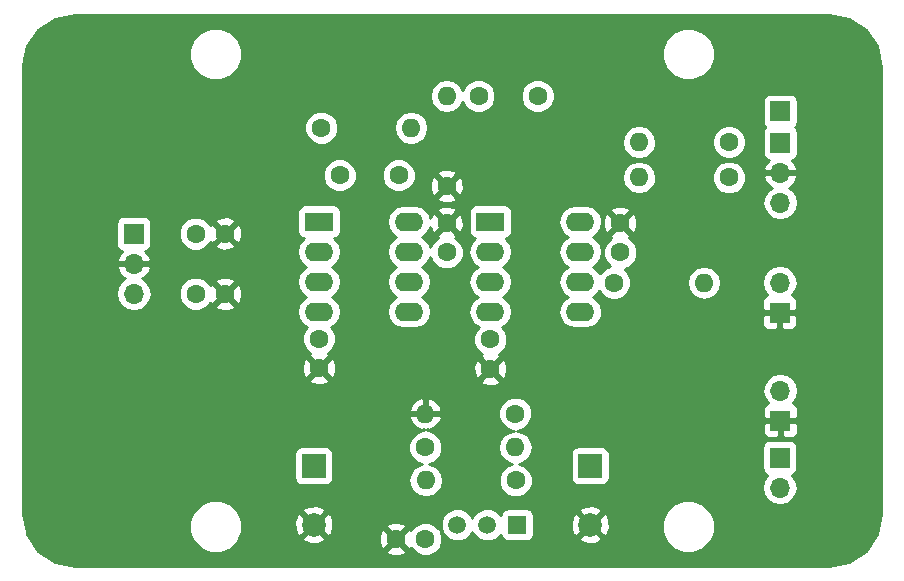
<source format=gbl>
G04 #@! TF.FileFunction,Copper,L2,Bot,Signal*
%FSLAX46Y46*%
G04 Gerber Fmt 4.6, Leading zero omitted, Abs format (unit mm)*
G04 Created by KiCad (PCBNEW 4.0.7-e2-6376~60~ubuntu17.10.1) date Mon Dec 18 15:30:29 2017*
%MOMM*%
%LPD*%
G01*
G04 APERTURE LIST*
%ADD10C,0.100000*%
%ADD11C,1.600000*%
%ADD12R,2.000000X2.000000*%
%ADD13C,2.000000*%
%ADD14R,1.700000X1.700000*%
%ADD15O,1.700000X1.700000*%
%ADD16R,2.400000X1.600000*%
%ADD17O,2.400000X1.600000*%
%ADD18O,1.600000X1.600000*%
%ADD19C,1.520000*%
%ADD20R,1.520000X1.520000*%
%ADD21C,0.254000*%
G04 APERTURE END LIST*
D10*
D11*
X121250000Y-126650000D03*
X121250000Y-124150000D03*
D12*
X106300000Y-134850000D03*
D13*
X106300000Y-139850000D03*
D12*
X129700000Y-134850000D03*
D13*
X129700000Y-139850000D03*
D11*
X113500000Y-110250000D03*
X108500000Y-110250000D03*
D14*
X145800000Y-107500000D03*
D15*
X145800000Y-110040000D03*
X145800000Y-112580000D03*
D16*
X106750000Y-114180000D03*
D17*
X114370000Y-121800000D03*
X106750000Y-116720000D03*
X114370000Y-119260000D03*
X106750000Y-119260000D03*
X114370000Y-116720000D03*
X106750000Y-121800000D03*
X114370000Y-114180000D03*
D16*
X121250000Y-114180000D03*
D17*
X128870000Y-121800000D03*
X121250000Y-116720000D03*
X128870000Y-119260000D03*
X121250000Y-119260000D03*
X128870000Y-116720000D03*
X121250000Y-121800000D03*
X128870000Y-114180000D03*
D14*
X145750000Y-121890000D03*
D15*
X145750000Y-119350000D03*
D14*
X145800000Y-131040000D03*
D15*
X145800000Y-128500000D03*
D14*
X145800000Y-104850000D03*
D11*
X117550000Y-111170000D03*
D18*
X117550000Y-103550000D03*
D11*
X131730000Y-119350000D03*
D18*
X139350000Y-119350000D03*
D11*
X141450000Y-107450000D03*
D18*
X133830000Y-107450000D03*
D11*
X141450000Y-110450000D03*
D18*
X133830000Y-110450000D03*
D11*
X123400000Y-136100000D03*
D18*
X115780000Y-136100000D03*
D11*
X123350000Y-130450000D03*
D18*
X115730000Y-130450000D03*
D11*
X115750000Y-133300000D03*
D18*
X123370000Y-133300000D03*
D11*
X106930000Y-106250000D03*
D18*
X114550000Y-106250000D03*
D19*
X121000000Y-139850000D03*
X118460000Y-139850000D03*
D20*
X123540000Y-139850000D03*
D11*
X120250000Y-103550000D03*
X125250000Y-103550000D03*
X115750000Y-141050000D03*
X113250000Y-141050000D03*
X96300000Y-120300000D03*
X98800000Y-120300000D03*
X96300000Y-115200000D03*
X98800000Y-115200000D03*
X132250000Y-114300000D03*
X132250000Y-116800000D03*
X117550000Y-114300000D03*
X117550000Y-116800000D03*
X106750000Y-126600000D03*
X106750000Y-124100000D03*
D14*
X91050000Y-115200000D03*
D15*
X91050000Y-117740000D03*
X91050000Y-120280000D03*
D14*
X145750000Y-134160000D03*
D15*
X145750000Y-136700000D03*
D21*
G36*
X151646142Y-97025858D02*
X153041676Y-97958323D01*
X153974142Y-99353856D01*
X154315000Y-101067467D01*
X154315000Y-138932533D01*
X153974142Y-140646144D01*
X153041676Y-142041677D01*
X151646142Y-142974142D01*
X149932533Y-143315000D01*
X86067467Y-143315000D01*
X84353856Y-142974142D01*
X82958323Y-142041676D01*
X82025858Y-140646142D01*
X81985375Y-140442619D01*
X95764613Y-140442619D01*
X96104155Y-141264372D01*
X96732321Y-141893636D01*
X97553481Y-142234611D01*
X98442619Y-142235387D01*
X98872544Y-142057745D01*
X112421861Y-142057745D01*
X112495995Y-142303864D01*
X113033223Y-142496965D01*
X113603454Y-142469778D01*
X114004005Y-142303864D01*
X114078139Y-142057745D01*
X113250000Y-141229605D01*
X112421861Y-142057745D01*
X98872544Y-142057745D01*
X99264372Y-141895845D01*
X99893636Y-141267679D01*
X100003734Y-141002532D01*
X105327073Y-141002532D01*
X105425736Y-141269387D01*
X106035461Y-141495908D01*
X106685460Y-141471856D01*
X107174264Y-141269387D01*
X107272927Y-141002532D01*
X107103618Y-140833223D01*
X111803035Y-140833223D01*
X111830222Y-141403454D01*
X111996136Y-141804005D01*
X112242255Y-141878139D01*
X113070395Y-141050000D01*
X113429605Y-141050000D01*
X114257745Y-141878139D01*
X114503864Y-141804005D01*
X114506196Y-141797517D01*
X114532757Y-141861800D01*
X114936077Y-142265824D01*
X115463309Y-142484750D01*
X116034187Y-142485248D01*
X116561800Y-142267243D01*
X116965824Y-141863923D01*
X117184750Y-141336691D01*
X117185248Y-140765813D01*
X116967243Y-140238200D01*
X116855504Y-140126265D01*
X117064758Y-140126265D01*
X117276687Y-140639172D01*
X117668764Y-141031934D01*
X118181300Y-141244758D01*
X118736265Y-141245242D01*
X119249172Y-141033313D01*
X119641934Y-140641236D01*
X119729954Y-140429262D01*
X119816687Y-140639172D01*
X120208764Y-141031934D01*
X120721300Y-141244758D01*
X121276265Y-141245242D01*
X121789172Y-141033313D01*
X122145316Y-140677790D01*
X122176838Y-140845317D01*
X122315910Y-141061441D01*
X122528110Y-141206431D01*
X122780000Y-141257440D01*
X124300000Y-141257440D01*
X124535317Y-141213162D01*
X124751441Y-141074090D01*
X124800334Y-141002532D01*
X128727073Y-141002532D01*
X128825736Y-141269387D01*
X129435461Y-141495908D01*
X130085460Y-141471856D01*
X130574264Y-141269387D01*
X130672927Y-141002532D01*
X129700000Y-140029605D01*
X128727073Y-141002532D01*
X124800334Y-141002532D01*
X124896431Y-140861890D01*
X124947440Y-140610000D01*
X124947440Y-139585461D01*
X128054092Y-139585461D01*
X128078144Y-140235460D01*
X128280613Y-140724264D01*
X128547468Y-140822927D01*
X129520395Y-139850000D01*
X129879605Y-139850000D01*
X130852532Y-140822927D01*
X131119387Y-140724264D01*
X131224021Y-140442619D01*
X135764613Y-140442619D01*
X136104155Y-141264372D01*
X136732321Y-141893636D01*
X137553481Y-142234611D01*
X138442619Y-142235387D01*
X139264372Y-141895845D01*
X139893636Y-141267679D01*
X140234611Y-140446519D01*
X140235387Y-139557381D01*
X139895845Y-138735628D01*
X139267679Y-138106364D01*
X138446519Y-137765389D01*
X137557381Y-137764613D01*
X136735628Y-138104155D01*
X136106364Y-138732321D01*
X135765389Y-139553481D01*
X135764613Y-140442619D01*
X131224021Y-140442619D01*
X131345908Y-140114539D01*
X131321856Y-139464540D01*
X131119387Y-138975736D01*
X130852532Y-138877073D01*
X129879605Y-139850000D01*
X129520395Y-139850000D01*
X128547468Y-138877073D01*
X128280613Y-138975736D01*
X128054092Y-139585461D01*
X124947440Y-139585461D01*
X124947440Y-139090000D01*
X124903162Y-138854683D01*
X124801997Y-138697468D01*
X128727073Y-138697468D01*
X129700000Y-139670395D01*
X130672927Y-138697468D01*
X130574264Y-138430613D01*
X129964539Y-138204092D01*
X129314540Y-138228144D01*
X128825736Y-138430613D01*
X128727073Y-138697468D01*
X124801997Y-138697468D01*
X124764090Y-138638559D01*
X124551890Y-138493569D01*
X124300000Y-138442560D01*
X122780000Y-138442560D01*
X122544683Y-138486838D01*
X122328559Y-138625910D01*
X122183569Y-138838110D01*
X122146031Y-139023480D01*
X121791236Y-138668066D01*
X121278700Y-138455242D01*
X120723735Y-138454758D01*
X120210828Y-138666687D01*
X119818066Y-139058764D01*
X119730046Y-139270738D01*
X119643313Y-139060828D01*
X119251236Y-138668066D01*
X118738700Y-138455242D01*
X118183735Y-138454758D01*
X117670828Y-138666687D01*
X117278066Y-139058764D01*
X117065242Y-139571300D01*
X117064758Y-140126265D01*
X116855504Y-140126265D01*
X116563923Y-139834176D01*
X116036691Y-139615250D01*
X115465813Y-139614752D01*
X114938200Y-139832757D01*
X114534176Y-140236077D01*
X114506577Y-140302544D01*
X114503864Y-140295995D01*
X114257745Y-140221861D01*
X113429605Y-141050000D01*
X113070395Y-141050000D01*
X112242255Y-140221861D01*
X111996136Y-140295995D01*
X111803035Y-140833223D01*
X107103618Y-140833223D01*
X106300000Y-140029605D01*
X105327073Y-141002532D01*
X100003734Y-141002532D01*
X100234611Y-140446519D01*
X100235362Y-139585461D01*
X104654092Y-139585461D01*
X104678144Y-140235460D01*
X104880613Y-140724264D01*
X105147468Y-140822927D01*
X106120395Y-139850000D01*
X106479605Y-139850000D01*
X107452532Y-140822927D01*
X107719387Y-140724264D01*
X107945908Y-140114539D01*
X107943234Y-140042255D01*
X112421861Y-140042255D01*
X113250000Y-140870395D01*
X114078139Y-140042255D01*
X114004005Y-139796136D01*
X113466777Y-139603035D01*
X112896546Y-139630222D01*
X112495995Y-139796136D01*
X112421861Y-140042255D01*
X107943234Y-140042255D01*
X107921856Y-139464540D01*
X107719387Y-138975736D01*
X107452532Y-138877073D01*
X106479605Y-139850000D01*
X106120395Y-139850000D01*
X105147468Y-138877073D01*
X104880613Y-138975736D01*
X104654092Y-139585461D01*
X100235362Y-139585461D01*
X100235387Y-139557381D01*
X99895845Y-138735628D01*
X99857752Y-138697468D01*
X105327073Y-138697468D01*
X106300000Y-139670395D01*
X107272927Y-138697468D01*
X107174264Y-138430613D01*
X106564539Y-138204092D01*
X105914540Y-138228144D01*
X105425736Y-138430613D01*
X105327073Y-138697468D01*
X99857752Y-138697468D01*
X99267679Y-138106364D01*
X98446519Y-137765389D01*
X97557381Y-137764613D01*
X96735628Y-138104155D01*
X96106364Y-138732321D01*
X95765389Y-139553481D01*
X95764613Y-140442619D01*
X81985375Y-140442619D01*
X81685000Y-138932533D01*
X81685000Y-133850000D01*
X104652560Y-133850000D01*
X104652560Y-135850000D01*
X104696838Y-136085317D01*
X104835910Y-136301441D01*
X105048110Y-136446431D01*
X105300000Y-136497440D01*
X107300000Y-136497440D01*
X107535317Y-136453162D01*
X107751441Y-136314090D01*
X107896431Y-136101890D01*
X107947440Y-135850000D01*
X107947440Y-133850000D01*
X107903162Y-133614683D01*
X107883539Y-133584187D01*
X114314752Y-133584187D01*
X114532757Y-134111800D01*
X114936077Y-134515824D01*
X115443203Y-134726401D01*
X115202736Y-134774233D01*
X114737189Y-135085302D01*
X114426120Y-135550849D01*
X114316887Y-136100000D01*
X114426120Y-136649151D01*
X114737189Y-137114698D01*
X115202736Y-137425767D01*
X115751887Y-137535000D01*
X115808113Y-137535000D01*
X116357264Y-137425767D01*
X116822811Y-137114698D01*
X117133880Y-136649151D01*
X117243113Y-136100000D01*
X117133880Y-135550849D01*
X116822811Y-135085302D01*
X116357264Y-134774233D01*
X116075486Y-134718184D01*
X116561800Y-134517243D01*
X116965824Y-134113923D01*
X117184750Y-133586691D01*
X117185000Y-133300000D01*
X121906887Y-133300000D01*
X122016120Y-133849151D01*
X122327189Y-134314698D01*
X122792736Y-134625767D01*
X123074514Y-134681816D01*
X122588200Y-134882757D01*
X122184176Y-135286077D01*
X121965250Y-135813309D01*
X121964752Y-136384187D01*
X122182757Y-136911800D01*
X122586077Y-137315824D01*
X123113309Y-137534750D01*
X123684187Y-137535248D01*
X124211800Y-137317243D01*
X124615824Y-136913923D01*
X124704652Y-136700000D01*
X144235907Y-136700000D01*
X144348946Y-137268285D01*
X144670853Y-137750054D01*
X145152622Y-138071961D01*
X145720907Y-138185000D01*
X145779093Y-138185000D01*
X146347378Y-138071961D01*
X146829147Y-137750054D01*
X147151054Y-137268285D01*
X147264093Y-136700000D01*
X147151054Y-136131715D01*
X146829147Y-135649946D01*
X146787548Y-135622150D01*
X146835317Y-135613162D01*
X147051441Y-135474090D01*
X147196431Y-135261890D01*
X147247440Y-135010000D01*
X147247440Y-133310000D01*
X147203162Y-133074683D01*
X147064090Y-132858559D01*
X146851890Y-132713569D01*
X146600000Y-132662560D01*
X144900000Y-132662560D01*
X144664683Y-132706838D01*
X144448559Y-132845910D01*
X144303569Y-133058110D01*
X144252560Y-133310000D01*
X144252560Y-135010000D01*
X144296838Y-135245317D01*
X144435910Y-135461441D01*
X144648110Y-135606431D01*
X144715541Y-135620086D01*
X144670853Y-135649946D01*
X144348946Y-136131715D01*
X144235907Y-136700000D01*
X124704652Y-136700000D01*
X124834750Y-136386691D01*
X124835248Y-135815813D01*
X124617243Y-135288200D01*
X124213923Y-134884176D01*
X123706797Y-134673599D01*
X123947264Y-134625767D01*
X124412811Y-134314698D01*
X124723312Y-133850000D01*
X128052560Y-133850000D01*
X128052560Y-135850000D01*
X128096838Y-136085317D01*
X128235910Y-136301441D01*
X128448110Y-136446431D01*
X128700000Y-136497440D01*
X130700000Y-136497440D01*
X130935317Y-136453162D01*
X131151441Y-136314090D01*
X131296431Y-136101890D01*
X131347440Y-135850000D01*
X131347440Y-133850000D01*
X131303162Y-133614683D01*
X131164090Y-133398559D01*
X130951890Y-133253569D01*
X130700000Y-133202560D01*
X128700000Y-133202560D01*
X128464683Y-133246838D01*
X128248559Y-133385910D01*
X128103569Y-133598110D01*
X128052560Y-133850000D01*
X124723312Y-133850000D01*
X124723880Y-133849151D01*
X124833113Y-133300000D01*
X124723880Y-132750849D01*
X124412811Y-132285302D01*
X123947264Y-131974233D01*
X123499315Y-131885130D01*
X123634187Y-131885248D01*
X124161800Y-131667243D01*
X124503889Y-131325750D01*
X144315000Y-131325750D01*
X144315000Y-132016310D01*
X144411673Y-132249699D01*
X144590302Y-132428327D01*
X144823691Y-132525000D01*
X145514250Y-132525000D01*
X145673000Y-132366250D01*
X145673000Y-131167000D01*
X145927000Y-131167000D01*
X145927000Y-132366250D01*
X146085750Y-132525000D01*
X146776309Y-132525000D01*
X147009698Y-132428327D01*
X147188327Y-132249699D01*
X147285000Y-132016310D01*
X147285000Y-131325750D01*
X147126250Y-131167000D01*
X145927000Y-131167000D01*
X145673000Y-131167000D01*
X144473750Y-131167000D01*
X144315000Y-131325750D01*
X124503889Y-131325750D01*
X124565824Y-131263923D01*
X124784750Y-130736691D01*
X124785248Y-130165813D01*
X124567243Y-129638200D01*
X124163923Y-129234176D01*
X123636691Y-129015250D01*
X123065813Y-129014752D01*
X122538200Y-129232757D01*
X122134176Y-129636077D01*
X121915250Y-130163309D01*
X121914752Y-130734187D01*
X122132757Y-131261800D01*
X122536077Y-131665824D01*
X123063309Y-131884750D01*
X123241814Y-131884906D01*
X122792736Y-131974233D01*
X122327189Y-132285302D01*
X122016120Y-132750849D01*
X121906887Y-133300000D01*
X117185000Y-133300000D01*
X117185248Y-133015813D01*
X116967243Y-132488200D01*
X116563923Y-132084176D01*
X116036691Y-131865250D01*
X115857002Y-131865093D01*
X115857002Y-131720630D01*
X116079041Y-131841914D01*
X116585134Y-131602389D01*
X116961041Y-131187423D01*
X117121904Y-130799039D01*
X116999915Y-130577000D01*
X115857000Y-130577000D01*
X115857000Y-130597000D01*
X115603000Y-130597000D01*
X115603000Y-130577000D01*
X114460085Y-130577000D01*
X114338096Y-130799039D01*
X114498959Y-131187423D01*
X114874866Y-131602389D01*
X115380959Y-131841914D01*
X115602998Y-131720630D01*
X115602998Y-131864872D01*
X115465813Y-131864752D01*
X114938200Y-132082757D01*
X114534176Y-132486077D01*
X114315250Y-133013309D01*
X114314752Y-133584187D01*
X107883539Y-133584187D01*
X107764090Y-133398559D01*
X107551890Y-133253569D01*
X107300000Y-133202560D01*
X105300000Y-133202560D01*
X105064683Y-133246838D01*
X104848559Y-133385910D01*
X104703569Y-133598110D01*
X104652560Y-133850000D01*
X81685000Y-133850000D01*
X81685000Y-130100961D01*
X114338096Y-130100961D01*
X114460085Y-130323000D01*
X115603000Y-130323000D01*
X115603000Y-129179371D01*
X115857000Y-129179371D01*
X115857000Y-130323000D01*
X116999915Y-130323000D01*
X117121904Y-130100961D01*
X116961041Y-129712577D01*
X116585134Y-129297611D01*
X116079041Y-129058086D01*
X115857000Y-129179371D01*
X115603000Y-129179371D01*
X115380959Y-129058086D01*
X114874866Y-129297611D01*
X114498959Y-129712577D01*
X114338096Y-130100961D01*
X81685000Y-130100961D01*
X81685000Y-128500000D01*
X144285907Y-128500000D01*
X144398946Y-129068285D01*
X144720853Y-129550054D01*
X144764777Y-129579403D01*
X144590302Y-129651673D01*
X144411673Y-129830301D01*
X144315000Y-130063690D01*
X144315000Y-130754250D01*
X144473750Y-130913000D01*
X145673000Y-130913000D01*
X145673000Y-130893000D01*
X145927000Y-130893000D01*
X145927000Y-130913000D01*
X147126250Y-130913000D01*
X147285000Y-130754250D01*
X147285000Y-130063690D01*
X147188327Y-129830301D01*
X147009698Y-129651673D01*
X146835223Y-129579403D01*
X146879147Y-129550054D01*
X147201054Y-129068285D01*
X147314093Y-128500000D01*
X147201054Y-127931715D01*
X146879147Y-127449946D01*
X146397378Y-127128039D01*
X145829093Y-127015000D01*
X145770907Y-127015000D01*
X145202622Y-127128039D01*
X144720853Y-127449946D01*
X144398946Y-127931715D01*
X144285907Y-128500000D01*
X81685000Y-128500000D01*
X81685000Y-127607745D01*
X105921861Y-127607745D01*
X105995995Y-127853864D01*
X106533223Y-128046965D01*
X107103454Y-128019778D01*
X107504005Y-127853864D01*
X107563078Y-127657745D01*
X120421861Y-127657745D01*
X120495995Y-127903864D01*
X121033223Y-128096965D01*
X121603454Y-128069778D01*
X122004005Y-127903864D01*
X122078139Y-127657745D01*
X121250000Y-126829605D01*
X120421861Y-127657745D01*
X107563078Y-127657745D01*
X107578139Y-127607745D01*
X106750000Y-126779605D01*
X105921861Y-127607745D01*
X81685000Y-127607745D01*
X81685000Y-126383223D01*
X105303035Y-126383223D01*
X105330222Y-126953454D01*
X105496136Y-127354005D01*
X105742255Y-127428139D01*
X106570395Y-126600000D01*
X106929605Y-126600000D01*
X107757745Y-127428139D01*
X108003864Y-127354005D01*
X108196965Y-126816777D01*
X108178679Y-126433223D01*
X119803035Y-126433223D01*
X119830222Y-127003454D01*
X119996136Y-127404005D01*
X120242255Y-127478139D01*
X121070395Y-126650000D01*
X121429605Y-126650000D01*
X122257745Y-127478139D01*
X122503864Y-127404005D01*
X122696965Y-126866777D01*
X122669778Y-126296546D01*
X122503864Y-125895995D01*
X122257745Y-125821861D01*
X121429605Y-126650000D01*
X121070395Y-126650000D01*
X120242255Y-125821861D01*
X119996136Y-125895995D01*
X119803035Y-126433223D01*
X108178679Y-126433223D01*
X108169778Y-126246546D01*
X108003864Y-125845995D01*
X107757745Y-125771861D01*
X106929605Y-126600000D01*
X106570395Y-126600000D01*
X105742255Y-125771861D01*
X105496136Y-125845995D01*
X105303035Y-126383223D01*
X81685000Y-126383223D01*
X81685000Y-120280000D01*
X89535907Y-120280000D01*
X89648946Y-120848285D01*
X89970853Y-121330054D01*
X90452622Y-121651961D01*
X91020907Y-121765000D01*
X91079093Y-121765000D01*
X91647378Y-121651961D01*
X92129147Y-121330054D01*
X92451054Y-120848285D01*
X92503586Y-120584187D01*
X94864752Y-120584187D01*
X95082757Y-121111800D01*
X95486077Y-121515824D01*
X96013309Y-121734750D01*
X96584187Y-121735248D01*
X97111800Y-121517243D01*
X97321663Y-121307745D01*
X97971861Y-121307745D01*
X98045995Y-121553864D01*
X98583223Y-121746965D01*
X99153454Y-121719778D01*
X99554005Y-121553864D01*
X99628139Y-121307745D01*
X98800000Y-120479605D01*
X97971861Y-121307745D01*
X97321663Y-121307745D01*
X97515824Y-121113923D01*
X97543423Y-121047456D01*
X97546136Y-121054005D01*
X97792255Y-121128139D01*
X98620395Y-120300000D01*
X98979605Y-120300000D01*
X99807745Y-121128139D01*
X100053864Y-121054005D01*
X100246965Y-120516777D01*
X100219778Y-119946546D01*
X100053864Y-119545995D01*
X99807745Y-119471861D01*
X98979605Y-120300000D01*
X98620395Y-120300000D01*
X97792255Y-119471861D01*
X97546136Y-119545995D01*
X97543804Y-119552483D01*
X97517243Y-119488200D01*
X97321640Y-119292255D01*
X97971861Y-119292255D01*
X98800000Y-120120395D01*
X99628139Y-119292255D01*
X99554005Y-119046136D01*
X99016777Y-118853035D01*
X98446546Y-118880222D01*
X98045995Y-119046136D01*
X97971861Y-119292255D01*
X97321640Y-119292255D01*
X97113923Y-119084176D01*
X96586691Y-118865250D01*
X96015813Y-118864752D01*
X95488200Y-119082757D01*
X95084176Y-119486077D01*
X94865250Y-120013309D01*
X94864752Y-120584187D01*
X92503586Y-120584187D01*
X92564093Y-120280000D01*
X92451054Y-119711715D01*
X92129147Y-119229946D01*
X91788447Y-119002298D01*
X91931358Y-118935183D01*
X92321645Y-118506924D01*
X92491476Y-118096890D01*
X92370155Y-117867000D01*
X91177000Y-117867000D01*
X91177000Y-117887000D01*
X90923000Y-117887000D01*
X90923000Y-117867000D01*
X89729845Y-117867000D01*
X89608524Y-118096890D01*
X89778355Y-118506924D01*
X90168642Y-118935183D01*
X90311553Y-119002298D01*
X89970853Y-119229946D01*
X89648946Y-119711715D01*
X89535907Y-120280000D01*
X81685000Y-120280000D01*
X81685000Y-114350000D01*
X89552560Y-114350000D01*
X89552560Y-116050000D01*
X89596838Y-116285317D01*
X89735910Y-116501441D01*
X89948110Y-116646431D01*
X90056107Y-116668301D01*
X89778355Y-116973076D01*
X89608524Y-117383110D01*
X89729845Y-117613000D01*
X90923000Y-117613000D01*
X90923000Y-117593000D01*
X91177000Y-117593000D01*
X91177000Y-117613000D01*
X92370155Y-117613000D01*
X92491476Y-117383110D01*
X92321645Y-116973076D01*
X92091009Y-116720000D01*
X104879050Y-116720000D01*
X104988283Y-117269151D01*
X105299352Y-117734698D01*
X105681438Y-117990000D01*
X105299352Y-118245302D01*
X104988283Y-118710849D01*
X104879050Y-119260000D01*
X104988283Y-119809151D01*
X105299352Y-120274698D01*
X105681438Y-120530000D01*
X105299352Y-120785302D01*
X104988283Y-121250849D01*
X104879050Y-121800000D01*
X104988283Y-122349151D01*
X105299352Y-122814698D01*
X105722887Y-123097695D01*
X105534176Y-123286077D01*
X105315250Y-123813309D01*
X105314752Y-124384187D01*
X105532757Y-124911800D01*
X105936077Y-125315824D01*
X106002544Y-125343423D01*
X105995995Y-125346136D01*
X105921861Y-125592255D01*
X106750000Y-126420395D01*
X107578139Y-125592255D01*
X107504005Y-125346136D01*
X107497517Y-125343804D01*
X107561800Y-125317243D01*
X107965824Y-124913923D01*
X108184750Y-124386691D01*
X108185248Y-123815813D01*
X107967243Y-123288200D01*
X107777087Y-123097713D01*
X108200648Y-122814698D01*
X108511717Y-122349151D01*
X108620950Y-121800000D01*
X108511717Y-121250849D01*
X108200648Y-120785302D01*
X107818562Y-120530000D01*
X108200648Y-120274698D01*
X108511717Y-119809151D01*
X108620950Y-119260000D01*
X108511717Y-118710849D01*
X108200648Y-118245302D01*
X107818562Y-117990000D01*
X108200648Y-117734698D01*
X108511717Y-117269151D01*
X108620950Y-116720000D01*
X108511717Y-116170849D01*
X108200648Y-115705302D01*
X108054650Y-115607749D01*
X108185317Y-115583162D01*
X108401441Y-115444090D01*
X108546431Y-115231890D01*
X108597440Y-114980000D01*
X108597440Y-114180000D01*
X112499050Y-114180000D01*
X112608283Y-114729151D01*
X112919352Y-115194698D01*
X113301438Y-115450000D01*
X112919352Y-115705302D01*
X112608283Y-116170849D01*
X112499050Y-116720000D01*
X112608283Y-117269151D01*
X112919352Y-117734698D01*
X113301438Y-117990000D01*
X112919352Y-118245302D01*
X112608283Y-118710849D01*
X112499050Y-119260000D01*
X112608283Y-119809151D01*
X112919352Y-120274698D01*
X113301438Y-120530000D01*
X112919352Y-120785302D01*
X112608283Y-121250849D01*
X112499050Y-121800000D01*
X112608283Y-122349151D01*
X112919352Y-122814698D01*
X113384899Y-123125767D01*
X113934050Y-123235000D01*
X114805950Y-123235000D01*
X115355101Y-123125767D01*
X115820648Y-122814698D01*
X116131717Y-122349151D01*
X116240950Y-121800000D01*
X116131717Y-121250849D01*
X115820648Y-120785302D01*
X115438562Y-120530000D01*
X115820648Y-120274698D01*
X116131717Y-119809151D01*
X116240950Y-119260000D01*
X116131717Y-118710849D01*
X115820648Y-118245302D01*
X115438562Y-117990000D01*
X115820648Y-117734698D01*
X116131717Y-117269151D01*
X116151040Y-117172010D01*
X116332757Y-117611800D01*
X116736077Y-118015824D01*
X117263309Y-118234750D01*
X117834187Y-118235248D01*
X118361800Y-118017243D01*
X118765824Y-117613923D01*
X118984750Y-117086691D01*
X118985069Y-116720000D01*
X119379050Y-116720000D01*
X119488283Y-117269151D01*
X119799352Y-117734698D01*
X120181438Y-117990000D01*
X119799352Y-118245302D01*
X119488283Y-118710849D01*
X119379050Y-119260000D01*
X119488283Y-119809151D01*
X119799352Y-120274698D01*
X120181438Y-120530000D01*
X119799352Y-120785302D01*
X119488283Y-121250849D01*
X119379050Y-121800000D01*
X119488283Y-122349151D01*
X119799352Y-122814698D01*
X120252891Y-123117743D01*
X120034176Y-123336077D01*
X119815250Y-123863309D01*
X119814752Y-124434187D01*
X120032757Y-124961800D01*
X120436077Y-125365824D01*
X120502544Y-125393423D01*
X120495995Y-125396136D01*
X120421861Y-125642255D01*
X121250000Y-126470395D01*
X122078139Y-125642255D01*
X122004005Y-125396136D01*
X121997517Y-125393804D01*
X122061800Y-125367243D01*
X122465824Y-124963923D01*
X122684750Y-124436691D01*
X122685248Y-123865813D01*
X122467243Y-123338200D01*
X122247146Y-123117719D01*
X122700648Y-122814698D01*
X123011717Y-122349151D01*
X123120950Y-121800000D01*
X123011717Y-121250849D01*
X122700648Y-120785302D01*
X122318562Y-120530000D01*
X122700648Y-120274698D01*
X123011717Y-119809151D01*
X123120950Y-119260000D01*
X123011717Y-118710849D01*
X122700648Y-118245302D01*
X122318562Y-117990000D01*
X122700648Y-117734698D01*
X123011717Y-117269151D01*
X123120950Y-116720000D01*
X123011717Y-116170849D01*
X122700648Y-115705302D01*
X122554650Y-115607749D01*
X122685317Y-115583162D01*
X122901441Y-115444090D01*
X123046431Y-115231890D01*
X123097440Y-114980000D01*
X123097440Y-114180000D01*
X126999050Y-114180000D01*
X127108283Y-114729151D01*
X127419352Y-115194698D01*
X127801438Y-115450000D01*
X127419352Y-115705302D01*
X127108283Y-116170849D01*
X126999050Y-116720000D01*
X127108283Y-117269151D01*
X127419352Y-117734698D01*
X127801438Y-117990000D01*
X127419352Y-118245302D01*
X127108283Y-118710849D01*
X126999050Y-119260000D01*
X127108283Y-119809151D01*
X127419352Y-120274698D01*
X127801438Y-120530000D01*
X127419352Y-120785302D01*
X127108283Y-121250849D01*
X126999050Y-121800000D01*
X127108283Y-122349151D01*
X127419352Y-122814698D01*
X127884899Y-123125767D01*
X128434050Y-123235000D01*
X129305950Y-123235000D01*
X129855101Y-123125767D01*
X130320648Y-122814698D01*
X130631717Y-122349151D01*
X130666208Y-122175750D01*
X144265000Y-122175750D01*
X144265000Y-122866310D01*
X144361673Y-123099699D01*
X144540302Y-123278327D01*
X144773691Y-123375000D01*
X145464250Y-123375000D01*
X145623000Y-123216250D01*
X145623000Y-122017000D01*
X145877000Y-122017000D01*
X145877000Y-123216250D01*
X146035750Y-123375000D01*
X146726309Y-123375000D01*
X146959698Y-123278327D01*
X147138327Y-123099699D01*
X147235000Y-122866310D01*
X147235000Y-122175750D01*
X147076250Y-122017000D01*
X145877000Y-122017000D01*
X145623000Y-122017000D01*
X144423750Y-122017000D01*
X144265000Y-122175750D01*
X130666208Y-122175750D01*
X130740950Y-121800000D01*
X130631717Y-121250849D01*
X130320648Y-120785302D01*
X129938562Y-120530000D01*
X130320648Y-120274698D01*
X130468176Y-120053907D01*
X130512757Y-120161800D01*
X130916077Y-120565824D01*
X131443309Y-120784750D01*
X132014187Y-120785248D01*
X132541800Y-120567243D01*
X132945824Y-120163923D01*
X133164750Y-119636691D01*
X133165000Y-119350000D01*
X137886887Y-119350000D01*
X137996120Y-119899151D01*
X138307189Y-120364698D01*
X138772736Y-120675767D01*
X139321887Y-120785000D01*
X139378113Y-120785000D01*
X139927264Y-120675767D01*
X140392811Y-120364698D01*
X140703880Y-119899151D01*
X140813113Y-119350000D01*
X144235907Y-119350000D01*
X144348946Y-119918285D01*
X144670853Y-120400054D01*
X144714777Y-120429403D01*
X144540302Y-120501673D01*
X144361673Y-120680301D01*
X144265000Y-120913690D01*
X144265000Y-121604250D01*
X144423750Y-121763000D01*
X145623000Y-121763000D01*
X145623000Y-121743000D01*
X145877000Y-121743000D01*
X145877000Y-121763000D01*
X147076250Y-121763000D01*
X147235000Y-121604250D01*
X147235000Y-120913690D01*
X147138327Y-120680301D01*
X146959698Y-120501673D01*
X146785223Y-120429403D01*
X146829147Y-120400054D01*
X147151054Y-119918285D01*
X147264093Y-119350000D01*
X147151054Y-118781715D01*
X146829147Y-118299946D01*
X146347378Y-117978039D01*
X145779093Y-117865000D01*
X145720907Y-117865000D01*
X145152622Y-117978039D01*
X144670853Y-118299946D01*
X144348946Y-118781715D01*
X144235907Y-119350000D01*
X140813113Y-119350000D01*
X140703880Y-118800849D01*
X140392811Y-118335302D01*
X139927264Y-118024233D01*
X139378113Y-117915000D01*
X139321887Y-117915000D01*
X138772736Y-118024233D01*
X138307189Y-118335302D01*
X137996120Y-118800849D01*
X137886887Y-119350000D01*
X133165000Y-119350000D01*
X133165248Y-119065813D01*
X132947243Y-118538200D01*
X132612512Y-118202885D01*
X133061800Y-118017243D01*
X133465824Y-117613923D01*
X133684750Y-117086691D01*
X133685248Y-116515813D01*
X133467243Y-115988200D01*
X133063923Y-115584176D01*
X132997456Y-115556577D01*
X133004005Y-115553864D01*
X133078139Y-115307745D01*
X132250000Y-114479605D01*
X131421861Y-115307745D01*
X131495995Y-115553864D01*
X131502483Y-115556196D01*
X131438200Y-115582757D01*
X131034176Y-115986077D01*
X130815250Y-116513309D01*
X130814752Y-117084187D01*
X131032757Y-117611800D01*
X131367488Y-117947115D01*
X130918200Y-118132757D01*
X130514633Y-118535621D01*
X130320648Y-118245302D01*
X129938562Y-117990000D01*
X130320648Y-117734698D01*
X130631717Y-117269151D01*
X130740950Y-116720000D01*
X130631717Y-116170849D01*
X130320648Y-115705302D01*
X129938562Y-115450000D01*
X130320648Y-115194698D01*
X130631717Y-114729151D01*
X130740950Y-114180000D01*
X130721700Y-114083223D01*
X130803035Y-114083223D01*
X130830222Y-114653454D01*
X130996136Y-115054005D01*
X131242255Y-115128139D01*
X132070395Y-114300000D01*
X132429605Y-114300000D01*
X133257745Y-115128139D01*
X133503864Y-115054005D01*
X133696965Y-114516777D01*
X133669778Y-113946546D01*
X133503864Y-113545995D01*
X133257745Y-113471861D01*
X132429605Y-114300000D01*
X132070395Y-114300000D01*
X131242255Y-113471861D01*
X130996136Y-113545995D01*
X130803035Y-114083223D01*
X130721700Y-114083223D01*
X130631717Y-113630849D01*
X130405476Y-113292255D01*
X131421861Y-113292255D01*
X132250000Y-114120395D01*
X133078139Y-113292255D01*
X133004005Y-113046136D01*
X132466777Y-112853035D01*
X131896546Y-112880222D01*
X131495995Y-113046136D01*
X131421861Y-113292255D01*
X130405476Y-113292255D01*
X130320648Y-113165302D01*
X129855101Y-112854233D01*
X129305950Y-112745000D01*
X128434050Y-112745000D01*
X127884899Y-112854233D01*
X127419352Y-113165302D01*
X127108283Y-113630849D01*
X126999050Y-114180000D01*
X123097440Y-114180000D01*
X123097440Y-113380000D01*
X123053162Y-113144683D01*
X122914090Y-112928559D01*
X122701890Y-112783569D01*
X122450000Y-112732560D01*
X120050000Y-112732560D01*
X119814683Y-112776838D01*
X119598559Y-112915910D01*
X119453569Y-113128110D01*
X119402560Y-113380000D01*
X119402560Y-114980000D01*
X119446838Y-115215317D01*
X119585910Y-115431441D01*
X119798110Y-115576431D01*
X119947074Y-115606597D01*
X119799352Y-115705302D01*
X119488283Y-116170849D01*
X119379050Y-116720000D01*
X118985069Y-116720000D01*
X118985248Y-116515813D01*
X118767243Y-115988200D01*
X118363923Y-115584176D01*
X118297456Y-115556577D01*
X118304005Y-115553864D01*
X118378139Y-115307745D01*
X117550000Y-114479605D01*
X116721861Y-115307745D01*
X116795995Y-115553864D01*
X116802483Y-115556196D01*
X116738200Y-115582757D01*
X116334176Y-115986077D01*
X116172440Y-116375579D01*
X116131717Y-116170849D01*
X115820648Y-115705302D01*
X115438562Y-115450000D01*
X115820648Y-115194698D01*
X116131717Y-114729151D01*
X116141404Y-114680450D01*
X116296136Y-115054005D01*
X116542255Y-115128139D01*
X117370395Y-114300000D01*
X117729605Y-114300000D01*
X118557745Y-115128139D01*
X118803864Y-115054005D01*
X118996965Y-114516777D01*
X118969778Y-113946546D01*
X118803864Y-113545995D01*
X118557745Y-113471861D01*
X117729605Y-114300000D01*
X117370395Y-114300000D01*
X116542255Y-113471861D01*
X116296136Y-113545995D01*
X116179426Y-113870696D01*
X116131717Y-113630849D01*
X115905476Y-113292255D01*
X116721861Y-113292255D01*
X117550000Y-114120395D01*
X118378139Y-113292255D01*
X118304005Y-113046136D01*
X117766777Y-112853035D01*
X117196546Y-112880222D01*
X116795995Y-113046136D01*
X116721861Y-113292255D01*
X115905476Y-113292255D01*
X115820648Y-113165302D01*
X115355101Y-112854233D01*
X114805950Y-112745000D01*
X113934050Y-112745000D01*
X113384899Y-112854233D01*
X112919352Y-113165302D01*
X112608283Y-113630849D01*
X112499050Y-114180000D01*
X108597440Y-114180000D01*
X108597440Y-113380000D01*
X108553162Y-113144683D01*
X108414090Y-112928559D01*
X108201890Y-112783569D01*
X107950000Y-112732560D01*
X105550000Y-112732560D01*
X105314683Y-112776838D01*
X105098559Y-112915910D01*
X104953569Y-113128110D01*
X104902560Y-113380000D01*
X104902560Y-114980000D01*
X104946838Y-115215317D01*
X105085910Y-115431441D01*
X105298110Y-115576431D01*
X105447074Y-115606597D01*
X105299352Y-115705302D01*
X104988283Y-116170849D01*
X104879050Y-116720000D01*
X92091009Y-116720000D01*
X92045499Y-116670063D01*
X92135317Y-116653162D01*
X92351441Y-116514090D01*
X92496431Y-116301890D01*
X92547440Y-116050000D01*
X92547440Y-115484187D01*
X94864752Y-115484187D01*
X95082757Y-116011800D01*
X95486077Y-116415824D01*
X96013309Y-116634750D01*
X96584187Y-116635248D01*
X97111800Y-116417243D01*
X97321663Y-116207745D01*
X97971861Y-116207745D01*
X98045995Y-116453864D01*
X98583223Y-116646965D01*
X99153454Y-116619778D01*
X99554005Y-116453864D01*
X99628139Y-116207745D01*
X98800000Y-115379605D01*
X97971861Y-116207745D01*
X97321663Y-116207745D01*
X97515824Y-116013923D01*
X97543423Y-115947456D01*
X97546136Y-115954005D01*
X97792255Y-116028139D01*
X98620395Y-115200000D01*
X98979605Y-115200000D01*
X99807745Y-116028139D01*
X100053864Y-115954005D01*
X100246965Y-115416777D01*
X100219778Y-114846546D01*
X100053864Y-114445995D01*
X99807745Y-114371861D01*
X98979605Y-115200000D01*
X98620395Y-115200000D01*
X97792255Y-114371861D01*
X97546136Y-114445995D01*
X97543804Y-114452483D01*
X97517243Y-114388200D01*
X97321640Y-114192255D01*
X97971861Y-114192255D01*
X98800000Y-115020395D01*
X99628139Y-114192255D01*
X99554005Y-113946136D01*
X99016777Y-113753035D01*
X98446546Y-113780222D01*
X98045995Y-113946136D01*
X97971861Y-114192255D01*
X97321640Y-114192255D01*
X97113923Y-113984176D01*
X96586691Y-113765250D01*
X96015813Y-113764752D01*
X95488200Y-113982757D01*
X95084176Y-114386077D01*
X94865250Y-114913309D01*
X94864752Y-115484187D01*
X92547440Y-115484187D01*
X92547440Y-114350000D01*
X92503162Y-114114683D01*
X92364090Y-113898559D01*
X92151890Y-113753569D01*
X91900000Y-113702560D01*
X90200000Y-113702560D01*
X89964683Y-113746838D01*
X89748559Y-113885910D01*
X89603569Y-114098110D01*
X89552560Y-114350000D01*
X81685000Y-114350000D01*
X81685000Y-112177745D01*
X116721861Y-112177745D01*
X116795995Y-112423864D01*
X117333223Y-112616965D01*
X117903454Y-112589778D01*
X117927060Y-112580000D01*
X144285907Y-112580000D01*
X144398946Y-113148285D01*
X144720853Y-113630054D01*
X145202622Y-113951961D01*
X145770907Y-114065000D01*
X145829093Y-114065000D01*
X146397378Y-113951961D01*
X146879147Y-113630054D01*
X147201054Y-113148285D01*
X147314093Y-112580000D01*
X147201054Y-112011715D01*
X146879147Y-111529946D01*
X146538447Y-111302298D01*
X146681358Y-111235183D01*
X147071645Y-110806924D01*
X147241476Y-110396890D01*
X147120155Y-110167000D01*
X145927000Y-110167000D01*
X145927000Y-110187000D01*
X145673000Y-110187000D01*
X145673000Y-110167000D01*
X144479845Y-110167000D01*
X144358524Y-110396890D01*
X144528355Y-110806924D01*
X144918642Y-111235183D01*
X145061553Y-111302298D01*
X144720853Y-111529946D01*
X144398946Y-112011715D01*
X144285907Y-112580000D01*
X117927060Y-112580000D01*
X118304005Y-112423864D01*
X118378139Y-112177745D01*
X117550000Y-111349605D01*
X116721861Y-112177745D01*
X81685000Y-112177745D01*
X81685000Y-110534187D01*
X107064752Y-110534187D01*
X107282757Y-111061800D01*
X107686077Y-111465824D01*
X108213309Y-111684750D01*
X108784187Y-111685248D01*
X109311800Y-111467243D01*
X109715824Y-111063923D01*
X109934750Y-110536691D01*
X109934752Y-110534187D01*
X112064752Y-110534187D01*
X112282757Y-111061800D01*
X112686077Y-111465824D01*
X113213309Y-111684750D01*
X113784187Y-111685248D01*
X114311800Y-111467243D01*
X114715824Y-111063923D01*
X114761790Y-110953223D01*
X116103035Y-110953223D01*
X116130222Y-111523454D01*
X116296136Y-111924005D01*
X116542255Y-111998139D01*
X117370395Y-111170000D01*
X117729605Y-111170000D01*
X118557745Y-111998139D01*
X118803864Y-111924005D01*
X118996965Y-111386777D01*
X118969778Y-110816546D01*
X118817950Y-110450000D01*
X132366887Y-110450000D01*
X132476120Y-110999151D01*
X132787189Y-111464698D01*
X133252736Y-111775767D01*
X133801887Y-111885000D01*
X133858113Y-111885000D01*
X134407264Y-111775767D01*
X134872811Y-111464698D01*
X135183880Y-110999151D01*
X135236584Y-110734187D01*
X140014752Y-110734187D01*
X140232757Y-111261800D01*
X140636077Y-111665824D01*
X141163309Y-111884750D01*
X141734187Y-111885248D01*
X142261800Y-111667243D01*
X142665824Y-111263923D01*
X142884750Y-110736691D01*
X142885248Y-110165813D01*
X142667243Y-109638200D01*
X142263923Y-109234176D01*
X141736691Y-109015250D01*
X141165813Y-109014752D01*
X140638200Y-109232757D01*
X140234176Y-109636077D01*
X140015250Y-110163309D01*
X140014752Y-110734187D01*
X135236584Y-110734187D01*
X135293113Y-110450000D01*
X135183880Y-109900849D01*
X134872811Y-109435302D01*
X134407264Y-109124233D01*
X133858113Y-109015000D01*
X133801887Y-109015000D01*
X133252736Y-109124233D01*
X132787189Y-109435302D01*
X132476120Y-109900849D01*
X132366887Y-110450000D01*
X118817950Y-110450000D01*
X118803864Y-110415995D01*
X118557745Y-110341861D01*
X117729605Y-111170000D01*
X117370395Y-111170000D01*
X116542255Y-110341861D01*
X116296136Y-110415995D01*
X116103035Y-110953223D01*
X114761790Y-110953223D01*
X114934750Y-110536691D01*
X114935076Y-110162255D01*
X116721861Y-110162255D01*
X117550000Y-110990395D01*
X118378139Y-110162255D01*
X118304005Y-109916136D01*
X117766777Y-109723035D01*
X117196546Y-109750222D01*
X116795995Y-109916136D01*
X116721861Y-110162255D01*
X114935076Y-110162255D01*
X114935248Y-109965813D01*
X114717243Y-109438200D01*
X114313923Y-109034176D01*
X113786691Y-108815250D01*
X113215813Y-108814752D01*
X112688200Y-109032757D01*
X112284176Y-109436077D01*
X112065250Y-109963309D01*
X112064752Y-110534187D01*
X109934752Y-110534187D01*
X109935248Y-109965813D01*
X109717243Y-109438200D01*
X109313923Y-109034176D01*
X108786691Y-108815250D01*
X108215813Y-108814752D01*
X107688200Y-109032757D01*
X107284176Y-109436077D01*
X107065250Y-109963309D01*
X107064752Y-110534187D01*
X81685000Y-110534187D01*
X81685000Y-106534187D01*
X105494752Y-106534187D01*
X105712757Y-107061800D01*
X106116077Y-107465824D01*
X106643309Y-107684750D01*
X107214187Y-107685248D01*
X107741800Y-107467243D01*
X108145824Y-107063923D01*
X108364750Y-106536691D01*
X108365000Y-106250000D01*
X113086887Y-106250000D01*
X113196120Y-106799151D01*
X113507189Y-107264698D01*
X113972736Y-107575767D01*
X114521887Y-107685000D01*
X114578113Y-107685000D01*
X115127264Y-107575767D01*
X115315487Y-107450000D01*
X132366887Y-107450000D01*
X132476120Y-107999151D01*
X132787189Y-108464698D01*
X133252736Y-108775767D01*
X133801887Y-108885000D01*
X133858113Y-108885000D01*
X134407264Y-108775767D01*
X134872811Y-108464698D01*
X135183880Y-107999151D01*
X135236584Y-107734187D01*
X140014752Y-107734187D01*
X140232757Y-108261800D01*
X140636077Y-108665824D01*
X141163309Y-108884750D01*
X141734187Y-108885248D01*
X142261800Y-108667243D01*
X142665824Y-108263923D01*
X142884750Y-107736691D01*
X142885248Y-107165813D01*
X142667243Y-106638200D01*
X142263923Y-106234176D01*
X141736691Y-106015250D01*
X141165813Y-106014752D01*
X140638200Y-106232757D01*
X140234176Y-106636077D01*
X140015250Y-107163309D01*
X140014752Y-107734187D01*
X135236584Y-107734187D01*
X135293113Y-107450000D01*
X135183880Y-106900849D01*
X134872811Y-106435302D01*
X134407264Y-106124233D01*
X133858113Y-106015000D01*
X133801887Y-106015000D01*
X133252736Y-106124233D01*
X132787189Y-106435302D01*
X132476120Y-106900849D01*
X132366887Y-107450000D01*
X115315487Y-107450000D01*
X115592811Y-107264698D01*
X115903880Y-106799151D01*
X116013113Y-106250000D01*
X115903880Y-105700849D01*
X115592811Y-105235302D01*
X115127264Y-104924233D01*
X114578113Y-104815000D01*
X114521887Y-104815000D01*
X113972736Y-104924233D01*
X113507189Y-105235302D01*
X113196120Y-105700849D01*
X113086887Y-106250000D01*
X108365000Y-106250000D01*
X108365248Y-105965813D01*
X108147243Y-105438200D01*
X107743923Y-105034176D01*
X107216691Y-104815250D01*
X106645813Y-104814752D01*
X106118200Y-105032757D01*
X105714176Y-105436077D01*
X105495250Y-105963309D01*
X105494752Y-106534187D01*
X81685000Y-106534187D01*
X81685000Y-103521887D01*
X116115000Y-103521887D01*
X116115000Y-103578113D01*
X116224233Y-104127264D01*
X116535302Y-104592811D01*
X117000849Y-104903880D01*
X117550000Y-105013113D01*
X118099151Y-104903880D01*
X118564698Y-104592811D01*
X118875767Y-104127264D01*
X118895292Y-104029108D01*
X119032757Y-104361800D01*
X119436077Y-104765824D01*
X119963309Y-104984750D01*
X120534187Y-104985248D01*
X121061800Y-104767243D01*
X121465824Y-104363923D01*
X121684750Y-103836691D01*
X121684752Y-103834187D01*
X123814752Y-103834187D01*
X124032757Y-104361800D01*
X124436077Y-104765824D01*
X124963309Y-104984750D01*
X125534187Y-104985248D01*
X126061800Y-104767243D01*
X126465824Y-104363923D01*
X126616938Y-104000000D01*
X144302560Y-104000000D01*
X144302560Y-105700000D01*
X144346838Y-105935317D01*
X144485910Y-106151441D01*
X144518025Y-106173384D01*
X144498559Y-106185910D01*
X144353569Y-106398110D01*
X144302560Y-106650000D01*
X144302560Y-108350000D01*
X144346838Y-108585317D01*
X144485910Y-108801441D01*
X144698110Y-108946431D01*
X144806107Y-108968301D01*
X144528355Y-109273076D01*
X144358524Y-109683110D01*
X144479845Y-109913000D01*
X145673000Y-109913000D01*
X145673000Y-109893000D01*
X145927000Y-109893000D01*
X145927000Y-109913000D01*
X147120155Y-109913000D01*
X147241476Y-109683110D01*
X147071645Y-109273076D01*
X146795499Y-108970063D01*
X146885317Y-108953162D01*
X147101441Y-108814090D01*
X147246431Y-108601890D01*
X147297440Y-108350000D01*
X147297440Y-106650000D01*
X147253162Y-106414683D01*
X147114090Y-106198559D01*
X147081975Y-106176616D01*
X147101441Y-106164090D01*
X147246431Y-105951890D01*
X147297440Y-105700000D01*
X147297440Y-104000000D01*
X147253162Y-103764683D01*
X147114090Y-103548559D01*
X146901890Y-103403569D01*
X146650000Y-103352560D01*
X144950000Y-103352560D01*
X144714683Y-103396838D01*
X144498559Y-103535910D01*
X144353569Y-103748110D01*
X144302560Y-104000000D01*
X126616938Y-104000000D01*
X126684750Y-103836691D01*
X126685248Y-103265813D01*
X126467243Y-102738200D01*
X126063923Y-102334176D01*
X125536691Y-102115250D01*
X124965813Y-102114752D01*
X124438200Y-102332757D01*
X124034176Y-102736077D01*
X123815250Y-103263309D01*
X123814752Y-103834187D01*
X121684752Y-103834187D01*
X121685248Y-103265813D01*
X121467243Y-102738200D01*
X121063923Y-102334176D01*
X120536691Y-102115250D01*
X119965813Y-102114752D01*
X119438200Y-102332757D01*
X119034176Y-102736077D01*
X118895245Y-103070659D01*
X118875767Y-102972736D01*
X118564698Y-102507189D01*
X118099151Y-102196120D01*
X117550000Y-102086887D01*
X117000849Y-102196120D01*
X116535302Y-102507189D01*
X116224233Y-102972736D01*
X116115000Y-103521887D01*
X81685000Y-103521887D01*
X81685000Y-101067467D01*
X81809289Y-100442619D01*
X95764613Y-100442619D01*
X96104155Y-101264372D01*
X96732321Y-101893636D01*
X97553481Y-102234611D01*
X98442619Y-102235387D01*
X99264372Y-101895845D01*
X99893636Y-101267679D01*
X100234611Y-100446519D01*
X100234614Y-100442619D01*
X135764613Y-100442619D01*
X136104155Y-101264372D01*
X136732321Y-101893636D01*
X137553481Y-102234611D01*
X138442619Y-102235387D01*
X139264372Y-101895845D01*
X139893636Y-101267679D01*
X140234611Y-100446519D01*
X140235387Y-99557381D01*
X139895845Y-98735628D01*
X139267679Y-98106364D01*
X138446519Y-97765389D01*
X137557381Y-97764613D01*
X136735628Y-98104155D01*
X136106364Y-98732321D01*
X135765389Y-99553481D01*
X135764613Y-100442619D01*
X100234614Y-100442619D01*
X100235387Y-99557381D01*
X99895845Y-98735628D01*
X99267679Y-98106364D01*
X98446519Y-97765389D01*
X97557381Y-97764613D01*
X96735628Y-98104155D01*
X96106364Y-98732321D01*
X95765389Y-99553481D01*
X95764613Y-100442619D01*
X81809289Y-100442619D01*
X82025858Y-99353858D01*
X82958323Y-97958324D01*
X84353856Y-97025858D01*
X86067467Y-96685000D01*
X149932533Y-96685000D01*
X151646142Y-97025858D01*
X151646142Y-97025858D01*
G37*
X151646142Y-97025858D02*
X153041676Y-97958323D01*
X153974142Y-99353856D01*
X154315000Y-101067467D01*
X154315000Y-138932533D01*
X153974142Y-140646144D01*
X153041676Y-142041677D01*
X151646142Y-142974142D01*
X149932533Y-143315000D01*
X86067467Y-143315000D01*
X84353856Y-142974142D01*
X82958323Y-142041676D01*
X82025858Y-140646142D01*
X81985375Y-140442619D01*
X95764613Y-140442619D01*
X96104155Y-141264372D01*
X96732321Y-141893636D01*
X97553481Y-142234611D01*
X98442619Y-142235387D01*
X98872544Y-142057745D01*
X112421861Y-142057745D01*
X112495995Y-142303864D01*
X113033223Y-142496965D01*
X113603454Y-142469778D01*
X114004005Y-142303864D01*
X114078139Y-142057745D01*
X113250000Y-141229605D01*
X112421861Y-142057745D01*
X98872544Y-142057745D01*
X99264372Y-141895845D01*
X99893636Y-141267679D01*
X100003734Y-141002532D01*
X105327073Y-141002532D01*
X105425736Y-141269387D01*
X106035461Y-141495908D01*
X106685460Y-141471856D01*
X107174264Y-141269387D01*
X107272927Y-141002532D01*
X107103618Y-140833223D01*
X111803035Y-140833223D01*
X111830222Y-141403454D01*
X111996136Y-141804005D01*
X112242255Y-141878139D01*
X113070395Y-141050000D01*
X113429605Y-141050000D01*
X114257745Y-141878139D01*
X114503864Y-141804005D01*
X114506196Y-141797517D01*
X114532757Y-141861800D01*
X114936077Y-142265824D01*
X115463309Y-142484750D01*
X116034187Y-142485248D01*
X116561800Y-142267243D01*
X116965824Y-141863923D01*
X117184750Y-141336691D01*
X117185248Y-140765813D01*
X116967243Y-140238200D01*
X116855504Y-140126265D01*
X117064758Y-140126265D01*
X117276687Y-140639172D01*
X117668764Y-141031934D01*
X118181300Y-141244758D01*
X118736265Y-141245242D01*
X119249172Y-141033313D01*
X119641934Y-140641236D01*
X119729954Y-140429262D01*
X119816687Y-140639172D01*
X120208764Y-141031934D01*
X120721300Y-141244758D01*
X121276265Y-141245242D01*
X121789172Y-141033313D01*
X122145316Y-140677790D01*
X122176838Y-140845317D01*
X122315910Y-141061441D01*
X122528110Y-141206431D01*
X122780000Y-141257440D01*
X124300000Y-141257440D01*
X124535317Y-141213162D01*
X124751441Y-141074090D01*
X124800334Y-141002532D01*
X128727073Y-141002532D01*
X128825736Y-141269387D01*
X129435461Y-141495908D01*
X130085460Y-141471856D01*
X130574264Y-141269387D01*
X130672927Y-141002532D01*
X129700000Y-140029605D01*
X128727073Y-141002532D01*
X124800334Y-141002532D01*
X124896431Y-140861890D01*
X124947440Y-140610000D01*
X124947440Y-139585461D01*
X128054092Y-139585461D01*
X128078144Y-140235460D01*
X128280613Y-140724264D01*
X128547468Y-140822927D01*
X129520395Y-139850000D01*
X129879605Y-139850000D01*
X130852532Y-140822927D01*
X131119387Y-140724264D01*
X131224021Y-140442619D01*
X135764613Y-140442619D01*
X136104155Y-141264372D01*
X136732321Y-141893636D01*
X137553481Y-142234611D01*
X138442619Y-142235387D01*
X139264372Y-141895845D01*
X139893636Y-141267679D01*
X140234611Y-140446519D01*
X140235387Y-139557381D01*
X139895845Y-138735628D01*
X139267679Y-138106364D01*
X138446519Y-137765389D01*
X137557381Y-137764613D01*
X136735628Y-138104155D01*
X136106364Y-138732321D01*
X135765389Y-139553481D01*
X135764613Y-140442619D01*
X131224021Y-140442619D01*
X131345908Y-140114539D01*
X131321856Y-139464540D01*
X131119387Y-138975736D01*
X130852532Y-138877073D01*
X129879605Y-139850000D01*
X129520395Y-139850000D01*
X128547468Y-138877073D01*
X128280613Y-138975736D01*
X128054092Y-139585461D01*
X124947440Y-139585461D01*
X124947440Y-139090000D01*
X124903162Y-138854683D01*
X124801997Y-138697468D01*
X128727073Y-138697468D01*
X129700000Y-139670395D01*
X130672927Y-138697468D01*
X130574264Y-138430613D01*
X129964539Y-138204092D01*
X129314540Y-138228144D01*
X128825736Y-138430613D01*
X128727073Y-138697468D01*
X124801997Y-138697468D01*
X124764090Y-138638559D01*
X124551890Y-138493569D01*
X124300000Y-138442560D01*
X122780000Y-138442560D01*
X122544683Y-138486838D01*
X122328559Y-138625910D01*
X122183569Y-138838110D01*
X122146031Y-139023480D01*
X121791236Y-138668066D01*
X121278700Y-138455242D01*
X120723735Y-138454758D01*
X120210828Y-138666687D01*
X119818066Y-139058764D01*
X119730046Y-139270738D01*
X119643313Y-139060828D01*
X119251236Y-138668066D01*
X118738700Y-138455242D01*
X118183735Y-138454758D01*
X117670828Y-138666687D01*
X117278066Y-139058764D01*
X117065242Y-139571300D01*
X117064758Y-140126265D01*
X116855504Y-140126265D01*
X116563923Y-139834176D01*
X116036691Y-139615250D01*
X115465813Y-139614752D01*
X114938200Y-139832757D01*
X114534176Y-140236077D01*
X114506577Y-140302544D01*
X114503864Y-140295995D01*
X114257745Y-140221861D01*
X113429605Y-141050000D01*
X113070395Y-141050000D01*
X112242255Y-140221861D01*
X111996136Y-140295995D01*
X111803035Y-140833223D01*
X107103618Y-140833223D01*
X106300000Y-140029605D01*
X105327073Y-141002532D01*
X100003734Y-141002532D01*
X100234611Y-140446519D01*
X100235362Y-139585461D01*
X104654092Y-139585461D01*
X104678144Y-140235460D01*
X104880613Y-140724264D01*
X105147468Y-140822927D01*
X106120395Y-139850000D01*
X106479605Y-139850000D01*
X107452532Y-140822927D01*
X107719387Y-140724264D01*
X107945908Y-140114539D01*
X107943234Y-140042255D01*
X112421861Y-140042255D01*
X113250000Y-140870395D01*
X114078139Y-140042255D01*
X114004005Y-139796136D01*
X113466777Y-139603035D01*
X112896546Y-139630222D01*
X112495995Y-139796136D01*
X112421861Y-140042255D01*
X107943234Y-140042255D01*
X107921856Y-139464540D01*
X107719387Y-138975736D01*
X107452532Y-138877073D01*
X106479605Y-139850000D01*
X106120395Y-139850000D01*
X105147468Y-138877073D01*
X104880613Y-138975736D01*
X104654092Y-139585461D01*
X100235362Y-139585461D01*
X100235387Y-139557381D01*
X99895845Y-138735628D01*
X99857752Y-138697468D01*
X105327073Y-138697468D01*
X106300000Y-139670395D01*
X107272927Y-138697468D01*
X107174264Y-138430613D01*
X106564539Y-138204092D01*
X105914540Y-138228144D01*
X105425736Y-138430613D01*
X105327073Y-138697468D01*
X99857752Y-138697468D01*
X99267679Y-138106364D01*
X98446519Y-137765389D01*
X97557381Y-137764613D01*
X96735628Y-138104155D01*
X96106364Y-138732321D01*
X95765389Y-139553481D01*
X95764613Y-140442619D01*
X81985375Y-140442619D01*
X81685000Y-138932533D01*
X81685000Y-133850000D01*
X104652560Y-133850000D01*
X104652560Y-135850000D01*
X104696838Y-136085317D01*
X104835910Y-136301441D01*
X105048110Y-136446431D01*
X105300000Y-136497440D01*
X107300000Y-136497440D01*
X107535317Y-136453162D01*
X107751441Y-136314090D01*
X107896431Y-136101890D01*
X107947440Y-135850000D01*
X107947440Y-133850000D01*
X107903162Y-133614683D01*
X107883539Y-133584187D01*
X114314752Y-133584187D01*
X114532757Y-134111800D01*
X114936077Y-134515824D01*
X115443203Y-134726401D01*
X115202736Y-134774233D01*
X114737189Y-135085302D01*
X114426120Y-135550849D01*
X114316887Y-136100000D01*
X114426120Y-136649151D01*
X114737189Y-137114698D01*
X115202736Y-137425767D01*
X115751887Y-137535000D01*
X115808113Y-137535000D01*
X116357264Y-137425767D01*
X116822811Y-137114698D01*
X117133880Y-136649151D01*
X117243113Y-136100000D01*
X117133880Y-135550849D01*
X116822811Y-135085302D01*
X116357264Y-134774233D01*
X116075486Y-134718184D01*
X116561800Y-134517243D01*
X116965824Y-134113923D01*
X117184750Y-133586691D01*
X117185000Y-133300000D01*
X121906887Y-133300000D01*
X122016120Y-133849151D01*
X122327189Y-134314698D01*
X122792736Y-134625767D01*
X123074514Y-134681816D01*
X122588200Y-134882757D01*
X122184176Y-135286077D01*
X121965250Y-135813309D01*
X121964752Y-136384187D01*
X122182757Y-136911800D01*
X122586077Y-137315824D01*
X123113309Y-137534750D01*
X123684187Y-137535248D01*
X124211800Y-137317243D01*
X124615824Y-136913923D01*
X124704652Y-136700000D01*
X144235907Y-136700000D01*
X144348946Y-137268285D01*
X144670853Y-137750054D01*
X145152622Y-138071961D01*
X145720907Y-138185000D01*
X145779093Y-138185000D01*
X146347378Y-138071961D01*
X146829147Y-137750054D01*
X147151054Y-137268285D01*
X147264093Y-136700000D01*
X147151054Y-136131715D01*
X146829147Y-135649946D01*
X146787548Y-135622150D01*
X146835317Y-135613162D01*
X147051441Y-135474090D01*
X147196431Y-135261890D01*
X147247440Y-135010000D01*
X147247440Y-133310000D01*
X147203162Y-133074683D01*
X147064090Y-132858559D01*
X146851890Y-132713569D01*
X146600000Y-132662560D01*
X144900000Y-132662560D01*
X144664683Y-132706838D01*
X144448559Y-132845910D01*
X144303569Y-133058110D01*
X144252560Y-133310000D01*
X144252560Y-135010000D01*
X144296838Y-135245317D01*
X144435910Y-135461441D01*
X144648110Y-135606431D01*
X144715541Y-135620086D01*
X144670853Y-135649946D01*
X144348946Y-136131715D01*
X144235907Y-136700000D01*
X124704652Y-136700000D01*
X124834750Y-136386691D01*
X124835248Y-135815813D01*
X124617243Y-135288200D01*
X124213923Y-134884176D01*
X123706797Y-134673599D01*
X123947264Y-134625767D01*
X124412811Y-134314698D01*
X124723312Y-133850000D01*
X128052560Y-133850000D01*
X128052560Y-135850000D01*
X128096838Y-136085317D01*
X128235910Y-136301441D01*
X128448110Y-136446431D01*
X128700000Y-136497440D01*
X130700000Y-136497440D01*
X130935317Y-136453162D01*
X131151441Y-136314090D01*
X131296431Y-136101890D01*
X131347440Y-135850000D01*
X131347440Y-133850000D01*
X131303162Y-133614683D01*
X131164090Y-133398559D01*
X130951890Y-133253569D01*
X130700000Y-133202560D01*
X128700000Y-133202560D01*
X128464683Y-133246838D01*
X128248559Y-133385910D01*
X128103569Y-133598110D01*
X128052560Y-133850000D01*
X124723312Y-133850000D01*
X124723880Y-133849151D01*
X124833113Y-133300000D01*
X124723880Y-132750849D01*
X124412811Y-132285302D01*
X123947264Y-131974233D01*
X123499315Y-131885130D01*
X123634187Y-131885248D01*
X124161800Y-131667243D01*
X124503889Y-131325750D01*
X144315000Y-131325750D01*
X144315000Y-132016310D01*
X144411673Y-132249699D01*
X144590302Y-132428327D01*
X144823691Y-132525000D01*
X145514250Y-132525000D01*
X145673000Y-132366250D01*
X145673000Y-131167000D01*
X145927000Y-131167000D01*
X145927000Y-132366250D01*
X146085750Y-132525000D01*
X146776309Y-132525000D01*
X147009698Y-132428327D01*
X147188327Y-132249699D01*
X147285000Y-132016310D01*
X147285000Y-131325750D01*
X147126250Y-131167000D01*
X145927000Y-131167000D01*
X145673000Y-131167000D01*
X144473750Y-131167000D01*
X144315000Y-131325750D01*
X124503889Y-131325750D01*
X124565824Y-131263923D01*
X124784750Y-130736691D01*
X124785248Y-130165813D01*
X124567243Y-129638200D01*
X124163923Y-129234176D01*
X123636691Y-129015250D01*
X123065813Y-129014752D01*
X122538200Y-129232757D01*
X122134176Y-129636077D01*
X121915250Y-130163309D01*
X121914752Y-130734187D01*
X122132757Y-131261800D01*
X122536077Y-131665824D01*
X123063309Y-131884750D01*
X123241814Y-131884906D01*
X122792736Y-131974233D01*
X122327189Y-132285302D01*
X122016120Y-132750849D01*
X121906887Y-133300000D01*
X117185000Y-133300000D01*
X117185248Y-133015813D01*
X116967243Y-132488200D01*
X116563923Y-132084176D01*
X116036691Y-131865250D01*
X115857002Y-131865093D01*
X115857002Y-131720630D01*
X116079041Y-131841914D01*
X116585134Y-131602389D01*
X116961041Y-131187423D01*
X117121904Y-130799039D01*
X116999915Y-130577000D01*
X115857000Y-130577000D01*
X115857000Y-130597000D01*
X115603000Y-130597000D01*
X115603000Y-130577000D01*
X114460085Y-130577000D01*
X114338096Y-130799039D01*
X114498959Y-131187423D01*
X114874866Y-131602389D01*
X115380959Y-131841914D01*
X115602998Y-131720630D01*
X115602998Y-131864872D01*
X115465813Y-131864752D01*
X114938200Y-132082757D01*
X114534176Y-132486077D01*
X114315250Y-133013309D01*
X114314752Y-133584187D01*
X107883539Y-133584187D01*
X107764090Y-133398559D01*
X107551890Y-133253569D01*
X107300000Y-133202560D01*
X105300000Y-133202560D01*
X105064683Y-133246838D01*
X104848559Y-133385910D01*
X104703569Y-133598110D01*
X104652560Y-133850000D01*
X81685000Y-133850000D01*
X81685000Y-130100961D01*
X114338096Y-130100961D01*
X114460085Y-130323000D01*
X115603000Y-130323000D01*
X115603000Y-129179371D01*
X115857000Y-129179371D01*
X115857000Y-130323000D01*
X116999915Y-130323000D01*
X117121904Y-130100961D01*
X116961041Y-129712577D01*
X116585134Y-129297611D01*
X116079041Y-129058086D01*
X115857000Y-129179371D01*
X115603000Y-129179371D01*
X115380959Y-129058086D01*
X114874866Y-129297611D01*
X114498959Y-129712577D01*
X114338096Y-130100961D01*
X81685000Y-130100961D01*
X81685000Y-128500000D01*
X144285907Y-128500000D01*
X144398946Y-129068285D01*
X144720853Y-129550054D01*
X144764777Y-129579403D01*
X144590302Y-129651673D01*
X144411673Y-129830301D01*
X144315000Y-130063690D01*
X144315000Y-130754250D01*
X144473750Y-130913000D01*
X145673000Y-130913000D01*
X145673000Y-130893000D01*
X145927000Y-130893000D01*
X145927000Y-130913000D01*
X147126250Y-130913000D01*
X147285000Y-130754250D01*
X147285000Y-130063690D01*
X147188327Y-129830301D01*
X147009698Y-129651673D01*
X146835223Y-129579403D01*
X146879147Y-129550054D01*
X147201054Y-129068285D01*
X147314093Y-128500000D01*
X147201054Y-127931715D01*
X146879147Y-127449946D01*
X146397378Y-127128039D01*
X145829093Y-127015000D01*
X145770907Y-127015000D01*
X145202622Y-127128039D01*
X144720853Y-127449946D01*
X144398946Y-127931715D01*
X144285907Y-128500000D01*
X81685000Y-128500000D01*
X81685000Y-127607745D01*
X105921861Y-127607745D01*
X105995995Y-127853864D01*
X106533223Y-128046965D01*
X107103454Y-128019778D01*
X107504005Y-127853864D01*
X107563078Y-127657745D01*
X120421861Y-127657745D01*
X120495995Y-127903864D01*
X121033223Y-128096965D01*
X121603454Y-128069778D01*
X122004005Y-127903864D01*
X122078139Y-127657745D01*
X121250000Y-126829605D01*
X120421861Y-127657745D01*
X107563078Y-127657745D01*
X107578139Y-127607745D01*
X106750000Y-126779605D01*
X105921861Y-127607745D01*
X81685000Y-127607745D01*
X81685000Y-126383223D01*
X105303035Y-126383223D01*
X105330222Y-126953454D01*
X105496136Y-127354005D01*
X105742255Y-127428139D01*
X106570395Y-126600000D01*
X106929605Y-126600000D01*
X107757745Y-127428139D01*
X108003864Y-127354005D01*
X108196965Y-126816777D01*
X108178679Y-126433223D01*
X119803035Y-126433223D01*
X119830222Y-127003454D01*
X119996136Y-127404005D01*
X120242255Y-127478139D01*
X121070395Y-126650000D01*
X121429605Y-126650000D01*
X122257745Y-127478139D01*
X122503864Y-127404005D01*
X122696965Y-126866777D01*
X122669778Y-126296546D01*
X122503864Y-125895995D01*
X122257745Y-125821861D01*
X121429605Y-126650000D01*
X121070395Y-126650000D01*
X120242255Y-125821861D01*
X119996136Y-125895995D01*
X119803035Y-126433223D01*
X108178679Y-126433223D01*
X108169778Y-126246546D01*
X108003864Y-125845995D01*
X107757745Y-125771861D01*
X106929605Y-126600000D01*
X106570395Y-126600000D01*
X105742255Y-125771861D01*
X105496136Y-125845995D01*
X105303035Y-126383223D01*
X81685000Y-126383223D01*
X81685000Y-120280000D01*
X89535907Y-120280000D01*
X89648946Y-120848285D01*
X89970853Y-121330054D01*
X90452622Y-121651961D01*
X91020907Y-121765000D01*
X91079093Y-121765000D01*
X91647378Y-121651961D01*
X92129147Y-121330054D01*
X92451054Y-120848285D01*
X92503586Y-120584187D01*
X94864752Y-120584187D01*
X95082757Y-121111800D01*
X95486077Y-121515824D01*
X96013309Y-121734750D01*
X96584187Y-121735248D01*
X97111800Y-121517243D01*
X97321663Y-121307745D01*
X97971861Y-121307745D01*
X98045995Y-121553864D01*
X98583223Y-121746965D01*
X99153454Y-121719778D01*
X99554005Y-121553864D01*
X99628139Y-121307745D01*
X98800000Y-120479605D01*
X97971861Y-121307745D01*
X97321663Y-121307745D01*
X97515824Y-121113923D01*
X97543423Y-121047456D01*
X97546136Y-121054005D01*
X97792255Y-121128139D01*
X98620395Y-120300000D01*
X98979605Y-120300000D01*
X99807745Y-121128139D01*
X100053864Y-121054005D01*
X100246965Y-120516777D01*
X100219778Y-119946546D01*
X100053864Y-119545995D01*
X99807745Y-119471861D01*
X98979605Y-120300000D01*
X98620395Y-120300000D01*
X97792255Y-119471861D01*
X97546136Y-119545995D01*
X97543804Y-119552483D01*
X97517243Y-119488200D01*
X97321640Y-119292255D01*
X97971861Y-119292255D01*
X98800000Y-120120395D01*
X99628139Y-119292255D01*
X99554005Y-119046136D01*
X99016777Y-118853035D01*
X98446546Y-118880222D01*
X98045995Y-119046136D01*
X97971861Y-119292255D01*
X97321640Y-119292255D01*
X97113923Y-119084176D01*
X96586691Y-118865250D01*
X96015813Y-118864752D01*
X95488200Y-119082757D01*
X95084176Y-119486077D01*
X94865250Y-120013309D01*
X94864752Y-120584187D01*
X92503586Y-120584187D01*
X92564093Y-120280000D01*
X92451054Y-119711715D01*
X92129147Y-119229946D01*
X91788447Y-119002298D01*
X91931358Y-118935183D01*
X92321645Y-118506924D01*
X92491476Y-118096890D01*
X92370155Y-117867000D01*
X91177000Y-117867000D01*
X91177000Y-117887000D01*
X90923000Y-117887000D01*
X90923000Y-117867000D01*
X89729845Y-117867000D01*
X89608524Y-118096890D01*
X89778355Y-118506924D01*
X90168642Y-118935183D01*
X90311553Y-119002298D01*
X89970853Y-119229946D01*
X89648946Y-119711715D01*
X89535907Y-120280000D01*
X81685000Y-120280000D01*
X81685000Y-114350000D01*
X89552560Y-114350000D01*
X89552560Y-116050000D01*
X89596838Y-116285317D01*
X89735910Y-116501441D01*
X89948110Y-116646431D01*
X90056107Y-116668301D01*
X89778355Y-116973076D01*
X89608524Y-117383110D01*
X89729845Y-117613000D01*
X90923000Y-117613000D01*
X90923000Y-117593000D01*
X91177000Y-117593000D01*
X91177000Y-117613000D01*
X92370155Y-117613000D01*
X92491476Y-117383110D01*
X92321645Y-116973076D01*
X92091009Y-116720000D01*
X104879050Y-116720000D01*
X104988283Y-117269151D01*
X105299352Y-117734698D01*
X105681438Y-117990000D01*
X105299352Y-118245302D01*
X104988283Y-118710849D01*
X104879050Y-119260000D01*
X104988283Y-119809151D01*
X105299352Y-120274698D01*
X105681438Y-120530000D01*
X105299352Y-120785302D01*
X104988283Y-121250849D01*
X104879050Y-121800000D01*
X104988283Y-122349151D01*
X105299352Y-122814698D01*
X105722887Y-123097695D01*
X105534176Y-123286077D01*
X105315250Y-123813309D01*
X105314752Y-124384187D01*
X105532757Y-124911800D01*
X105936077Y-125315824D01*
X106002544Y-125343423D01*
X105995995Y-125346136D01*
X105921861Y-125592255D01*
X106750000Y-126420395D01*
X107578139Y-125592255D01*
X107504005Y-125346136D01*
X107497517Y-125343804D01*
X107561800Y-125317243D01*
X107965824Y-124913923D01*
X108184750Y-124386691D01*
X108185248Y-123815813D01*
X107967243Y-123288200D01*
X107777087Y-123097713D01*
X108200648Y-122814698D01*
X108511717Y-122349151D01*
X108620950Y-121800000D01*
X108511717Y-121250849D01*
X108200648Y-120785302D01*
X107818562Y-120530000D01*
X108200648Y-120274698D01*
X108511717Y-119809151D01*
X108620950Y-119260000D01*
X108511717Y-118710849D01*
X108200648Y-118245302D01*
X107818562Y-117990000D01*
X108200648Y-117734698D01*
X108511717Y-117269151D01*
X108620950Y-116720000D01*
X108511717Y-116170849D01*
X108200648Y-115705302D01*
X108054650Y-115607749D01*
X108185317Y-115583162D01*
X108401441Y-115444090D01*
X108546431Y-115231890D01*
X108597440Y-114980000D01*
X108597440Y-114180000D01*
X112499050Y-114180000D01*
X112608283Y-114729151D01*
X112919352Y-115194698D01*
X113301438Y-115450000D01*
X112919352Y-115705302D01*
X112608283Y-116170849D01*
X112499050Y-116720000D01*
X112608283Y-117269151D01*
X112919352Y-117734698D01*
X113301438Y-117990000D01*
X112919352Y-118245302D01*
X112608283Y-118710849D01*
X112499050Y-119260000D01*
X112608283Y-119809151D01*
X112919352Y-120274698D01*
X113301438Y-120530000D01*
X112919352Y-120785302D01*
X112608283Y-121250849D01*
X112499050Y-121800000D01*
X112608283Y-122349151D01*
X112919352Y-122814698D01*
X113384899Y-123125767D01*
X113934050Y-123235000D01*
X114805950Y-123235000D01*
X115355101Y-123125767D01*
X115820648Y-122814698D01*
X116131717Y-122349151D01*
X116240950Y-121800000D01*
X116131717Y-121250849D01*
X115820648Y-120785302D01*
X115438562Y-120530000D01*
X115820648Y-120274698D01*
X116131717Y-119809151D01*
X116240950Y-119260000D01*
X116131717Y-118710849D01*
X115820648Y-118245302D01*
X115438562Y-117990000D01*
X115820648Y-117734698D01*
X116131717Y-117269151D01*
X116151040Y-117172010D01*
X116332757Y-117611800D01*
X116736077Y-118015824D01*
X117263309Y-118234750D01*
X117834187Y-118235248D01*
X118361800Y-118017243D01*
X118765824Y-117613923D01*
X118984750Y-117086691D01*
X118985069Y-116720000D01*
X119379050Y-116720000D01*
X119488283Y-117269151D01*
X119799352Y-117734698D01*
X120181438Y-117990000D01*
X119799352Y-118245302D01*
X119488283Y-118710849D01*
X119379050Y-119260000D01*
X119488283Y-119809151D01*
X119799352Y-120274698D01*
X120181438Y-120530000D01*
X119799352Y-120785302D01*
X119488283Y-121250849D01*
X119379050Y-121800000D01*
X119488283Y-122349151D01*
X119799352Y-122814698D01*
X120252891Y-123117743D01*
X120034176Y-123336077D01*
X119815250Y-123863309D01*
X119814752Y-124434187D01*
X120032757Y-124961800D01*
X120436077Y-125365824D01*
X120502544Y-125393423D01*
X120495995Y-125396136D01*
X120421861Y-125642255D01*
X121250000Y-126470395D01*
X122078139Y-125642255D01*
X122004005Y-125396136D01*
X121997517Y-125393804D01*
X122061800Y-125367243D01*
X122465824Y-124963923D01*
X122684750Y-124436691D01*
X122685248Y-123865813D01*
X122467243Y-123338200D01*
X122247146Y-123117719D01*
X122700648Y-122814698D01*
X123011717Y-122349151D01*
X123120950Y-121800000D01*
X123011717Y-121250849D01*
X122700648Y-120785302D01*
X122318562Y-120530000D01*
X122700648Y-120274698D01*
X123011717Y-119809151D01*
X123120950Y-119260000D01*
X123011717Y-118710849D01*
X122700648Y-118245302D01*
X122318562Y-117990000D01*
X122700648Y-117734698D01*
X123011717Y-117269151D01*
X123120950Y-116720000D01*
X123011717Y-116170849D01*
X122700648Y-115705302D01*
X122554650Y-115607749D01*
X122685317Y-115583162D01*
X122901441Y-115444090D01*
X123046431Y-115231890D01*
X123097440Y-114980000D01*
X123097440Y-114180000D01*
X126999050Y-114180000D01*
X127108283Y-114729151D01*
X127419352Y-115194698D01*
X127801438Y-115450000D01*
X127419352Y-115705302D01*
X127108283Y-116170849D01*
X126999050Y-116720000D01*
X127108283Y-117269151D01*
X127419352Y-117734698D01*
X127801438Y-117990000D01*
X127419352Y-118245302D01*
X127108283Y-118710849D01*
X126999050Y-119260000D01*
X127108283Y-119809151D01*
X127419352Y-120274698D01*
X127801438Y-120530000D01*
X127419352Y-120785302D01*
X127108283Y-121250849D01*
X126999050Y-121800000D01*
X127108283Y-122349151D01*
X127419352Y-122814698D01*
X127884899Y-123125767D01*
X128434050Y-123235000D01*
X129305950Y-123235000D01*
X129855101Y-123125767D01*
X130320648Y-122814698D01*
X130631717Y-122349151D01*
X130666208Y-122175750D01*
X144265000Y-122175750D01*
X144265000Y-122866310D01*
X144361673Y-123099699D01*
X144540302Y-123278327D01*
X144773691Y-123375000D01*
X145464250Y-123375000D01*
X145623000Y-123216250D01*
X145623000Y-122017000D01*
X145877000Y-122017000D01*
X145877000Y-123216250D01*
X146035750Y-123375000D01*
X146726309Y-123375000D01*
X146959698Y-123278327D01*
X147138327Y-123099699D01*
X147235000Y-122866310D01*
X147235000Y-122175750D01*
X147076250Y-122017000D01*
X145877000Y-122017000D01*
X145623000Y-122017000D01*
X144423750Y-122017000D01*
X144265000Y-122175750D01*
X130666208Y-122175750D01*
X130740950Y-121800000D01*
X130631717Y-121250849D01*
X130320648Y-120785302D01*
X129938562Y-120530000D01*
X130320648Y-120274698D01*
X130468176Y-120053907D01*
X130512757Y-120161800D01*
X130916077Y-120565824D01*
X131443309Y-120784750D01*
X132014187Y-120785248D01*
X132541800Y-120567243D01*
X132945824Y-120163923D01*
X133164750Y-119636691D01*
X133165000Y-119350000D01*
X137886887Y-119350000D01*
X137996120Y-119899151D01*
X138307189Y-120364698D01*
X138772736Y-120675767D01*
X139321887Y-120785000D01*
X139378113Y-120785000D01*
X139927264Y-120675767D01*
X140392811Y-120364698D01*
X140703880Y-119899151D01*
X140813113Y-119350000D01*
X144235907Y-119350000D01*
X144348946Y-119918285D01*
X144670853Y-120400054D01*
X144714777Y-120429403D01*
X144540302Y-120501673D01*
X144361673Y-120680301D01*
X144265000Y-120913690D01*
X144265000Y-121604250D01*
X144423750Y-121763000D01*
X145623000Y-121763000D01*
X145623000Y-121743000D01*
X145877000Y-121743000D01*
X145877000Y-121763000D01*
X147076250Y-121763000D01*
X147235000Y-121604250D01*
X147235000Y-120913690D01*
X147138327Y-120680301D01*
X146959698Y-120501673D01*
X146785223Y-120429403D01*
X146829147Y-120400054D01*
X147151054Y-119918285D01*
X147264093Y-119350000D01*
X147151054Y-118781715D01*
X146829147Y-118299946D01*
X146347378Y-117978039D01*
X145779093Y-117865000D01*
X145720907Y-117865000D01*
X145152622Y-117978039D01*
X144670853Y-118299946D01*
X144348946Y-118781715D01*
X144235907Y-119350000D01*
X140813113Y-119350000D01*
X140703880Y-118800849D01*
X140392811Y-118335302D01*
X139927264Y-118024233D01*
X139378113Y-117915000D01*
X139321887Y-117915000D01*
X138772736Y-118024233D01*
X138307189Y-118335302D01*
X137996120Y-118800849D01*
X137886887Y-119350000D01*
X133165000Y-119350000D01*
X133165248Y-119065813D01*
X132947243Y-118538200D01*
X132612512Y-118202885D01*
X133061800Y-118017243D01*
X133465824Y-117613923D01*
X133684750Y-117086691D01*
X133685248Y-116515813D01*
X133467243Y-115988200D01*
X133063923Y-115584176D01*
X132997456Y-115556577D01*
X133004005Y-115553864D01*
X133078139Y-115307745D01*
X132250000Y-114479605D01*
X131421861Y-115307745D01*
X131495995Y-115553864D01*
X131502483Y-115556196D01*
X131438200Y-115582757D01*
X131034176Y-115986077D01*
X130815250Y-116513309D01*
X130814752Y-117084187D01*
X131032757Y-117611800D01*
X131367488Y-117947115D01*
X130918200Y-118132757D01*
X130514633Y-118535621D01*
X130320648Y-118245302D01*
X129938562Y-117990000D01*
X130320648Y-117734698D01*
X130631717Y-117269151D01*
X130740950Y-116720000D01*
X130631717Y-116170849D01*
X130320648Y-115705302D01*
X129938562Y-115450000D01*
X130320648Y-115194698D01*
X130631717Y-114729151D01*
X130740950Y-114180000D01*
X130721700Y-114083223D01*
X130803035Y-114083223D01*
X130830222Y-114653454D01*
X130996136Y-115054005D01*
X131242255Y-115128139D01*
X132070395Y-114300000D01*
X132429605Y-114300000D01*
X133257745Y-115128139D01*
X133503864Y-115054005D01*
X133696965Y-114516777D01*
X133669778Y-113946546D01*
X133503864Y-113545995D01*
X133257745Y-113471861D01*
X132429605Y-114300000D01*
X132070395Y-114300000D01*
X131242255Y-113471861D01*
X130996136Y-113545995D01*
X130803035Y-114083223D01*
X130721700Y-114083223D01*
X130631717Y-113630849D01*
X130405476Y-113292255D01*
X131421861Y-113292255D01*
X132250000Y-114120395D01*
X133078139Y-113292255D01*
X133004005Y-113046136D01*
X132466777Y-112853035D01*
X131896546Y-112880222D01*
X131495995Y-113046136D01*
X131421861Y-113292255D01*
X130405476Y-113292255D01*
X130320648Y-113165302D01*
X129855101Y-112854233D01*
X129305950Y-112745000D01*
X128434050Y-112745000D01*
X127884899Y-112854233D01*
X127419352Y-113165302D01*
X127108283Y-113630849D01*
X126999050Y-114180000D01*
X123097440Y-114180000D01*
X123097440Y-113380000D01*
X123053162Y-113144683D01*
X122914090Y-112928559D01*
X122701890Y-112783569D01*
X122450000Y-112732560D01*
X120050000Y-112732560D01*
X119814683Y-112776838D01*
X119598559Y-112915910D01*
X119453569Y-113128110D01*
X119402560Y-113380000D01*
X119402560Y-114980000D01*
X119446838Y-115215317D01*
X119585910Y-115431441D01*
X119798110Y-115576431D01*
X119947074Y-115606597D01*
X119799352Y-115705302D01*
X119488283Y-116170849D01*
X119379050Y-116720000D01*
X118985069Y-116720000D01*
X118985248Y-116515813D01*
X118767243Y-115988200D01*
X118363923Y-115584176D01*
X118297456Y-115556577D01*
X118304005Y-115553864D01*
X118378139Y-115307745D01*
X117550000Y-114479605D01*
X116721861Y-115307745D01*
X116795995Y-115553864D01*
X116802483Y-115556196D01*
X116738200Y-115582757D01*
X116334176Y-115986077D01*
X116172440Y-116375579D01*
X116131717Y-116170849D01*
X115820648Y-115705302D01*
X115438562Y-115450000D01*
X115820648Y-115194698D01*
X116131717Y-114729151D01*
X116141404Y-114680450D01*
X116296136Y-115054005D01*
X116542255Y-115128139D01*
X117370395Y-114300000D01*
X117729605Y-114300000D01*
X118557745Y-115128139D01*
X118803864Y-115054005D01*
X118996965Y-114516777D01*
X118969778Y-113946546D01*
X118803864Y-113545995D01*
X118557745Y-113471861D01*
X117729605Y-114300000D01*
X117370395Y-114300000D01*
X116542255Y-113471861D01*
X116296136Y-113545995D01*
X116179426Y-113870696D01*
X116131717Y-113630849D01*
X115905476Y-113292255D01*
X116721861Y-113292255D01*
X117550000Y-114120395D01*
X118378139Y-113292255D01*
X118304005Y-113046136D01*
X117766777Y-112853035D01*
X117196546Y-112880222D01*
X116795995Y-113046136D01*
X116721861Y-113292255D01*
X115905476Y-113292255D01*
X115820648Y-113165302D01*
X115355101Y-112854233D01*
X114805950Y-112745000D01*
X113934050Y-112745000D01*
X113384899Y-112854233D01*
X112919352Y-113165302D01*
X112608283Y-113630849D01*
X112499050Y-114180000D01*
X108597440Y-114180000D01*
X108597440Y-113380000D01*
X108553162Y-113144683D01*
X108414090Y-112928559D01*
X108201890Y-112783569D01*
X107950000Y-112732560D01*
X105550000Y-112732560D01*
X105314683Y-112776838D01*
X105098559Y-112915910D01*
X104953569Y-113128110D01*
X104902560Y-113380000D01*
X104902560Y-114980000D01*
X104946838Y-115215317D01*
X105085910Y-115431441D01*
X105298110Y-115576431D01*
X105447074Y-115606597D01*
X105299352Y-115705302D01*
X104988283Y-116170849D01*
X104879050Y-116720000D01*
X92091009Y-116720000D01*
X92045499Y-116670063D01*
X92135317Y-116653162D01*
X92351441Y-116514090D01*
X92496431Y-116301890D01*
X92547440Y-116050000D01*
X92547440Y-115484187D01*
X94864752Y-115484187D01*
X95082757Y-116011800D01*
X95486077Y-116415824D01*
X96013309Y-116634750D01*
X96584187Y-116635248D01*
X97111800Y-116417243D01*
X97321663Y-116207745D01*
X97971861Y-116207745D01*
X98045995Y-116453864D01*
X98583223Y-116646965D01*
X99153454Y-116619778D01*
X99554005Y-116453864D01*
X99628139Y-116207745D01*
X98800000Y-115379605D01*
X97971861Y-116207745D01*
X97321663Y-116207745D01*
X97515824Y-116013923D01*
X97543423Y-115947456D01*
X97546136Y-115954005D01*
X97792255Y-116028139D01*
X98620395Y-115200000D01*
X98979605Y-115200000D01*
X99807745Y-116028139D01*
X100053864Y-115954005D01*
X100246965Y-115416777D01*
X100219778Y-114846546D01*
X100053864Y-114445995D01*
X99807745Y-114371861D01*
X98979605Y-115200000D01*
X98620395Y-115200000D01*
X97792255Y-114371861D01*
X97546136Y-114445995D01*
X97543804Y-114452483D01*
X97517243Y-114388200D01*
X97321640Y-114192255D01*
X97971861Y-114192255D01*
X98800000Y-115020395D01*
X99628139Y-114192255D01*
X99554005Y-113946136D01*
X99016777Y-113753035D01*
X98446546Y-113780222D01*
X98045995Y-113946136D01*
X97971861Y-114192255D01*
X97321640Y-114192255D01*
X97113923Y-113984176D01*
X96586691Y-113765250D01*
X96015813Y-113764752D01*
X95488200Y-113982757D01*
X95084176Y-114386077D01*
X94865250Y-114913309D01*
X94864752Y-115484187D01*
X92547440Y-115484187D01*
X92547440Y-114350000D01*
X92503162Y-114114683D01*
X92364090Y-113898559D01*
X92151890Y-113753569D01*
X91900000Y-113702560D01*
X90200000Y-113702560D01*
X89964683Y-113746838D01*
X89748559Y-113885910D01*
X89603569Y-114098110D01*
X89552560Y-114350000D01*
X81685000Y-114350000D01*
X81685000Y-112177745D01*
X116721861Y-112177745D01*
X116795995Y-112423864D01*
X117333223Y-112616965D01*
X117903454Y-112589778D01*
X117927060Y-112580000D01*
X144285907Y-112580000D01*
X144398946Y-113148285D01*
X144720853Y-113630054D01*
X145202622Y-113951961D01*
X145770907Y-114065000D01*
X145829093Y-114065000D01*
X146397378Y-113951961D01*
X146879147Y-113630054D01*
X147201054Y-113148285D01*
X147314093Y-112580000D01*
X147201054Y-112011715D01*
X146879147Y-111529946D01*
X146538447Y-111302298D01*
X146681358Y-111235183D01*
X147071645Y-110806924D01*
X147241476Y-110396890D01*
X147120155Y-110167000D01*
X145927000Y-110167000D01*
X145927000Y-110187000D01*
X145673000Y-110187000D01*
X145673000Y-110167000D01*
X144479845Y-110167000D01*
X144358524Y-110396890D01*
X144528355Y-110806924D01*
X144918642Y-111235183D01*
X145061553Y-111302298D01*
X144720853Y-111529946D01*
X144398946Y-112011715D01*
X144285907Y-112580000D01*
X117927060Y-112580000D01*
X118304005Y-112423864D01*
X118378139Y-112177745D01*
X117550000Y-111349605D01*
X116721861Y-112177745D01*
X81685000Y-112177745D01*
X81685000Y-110534187D01*
X107064752Y-110534187D01*
X107282757Y-111061800D01*
X107686077Y-111465824D01*
X108213309Y-111684750D01*
X108784187Y-111685248D01*
X109311800Y-111467243D01*
X109715824Y-111063923D01*
X109934750Y-110536691D01*
X109934752Y-110534187D01*
X112064752Y-110534187D01*
X112282757Y-111061800D01*
X112686077Y-111465824D01*
X113213309Y-111684750D01*
X113784187Y-111685248D01*
X114311800Y-111467243D01*
X114715824Y-111063923D01*
X114761790Y-110953223D01*
X116103035Y-110953223D01*
X116130222Y-111523454D01*
X116296136Y-111924005D01*
X116542255Y-111998139D01*
X117370395Y-111170000D01*
X117729605Y-111170000D01*
X118557745Y-111998139D01*
X118803864Y-111924005D01*
X118996965Y-111386777D01*
X118969778Y-110816546D01*
X118817950Y-110450000D01*
X132366887Y-110450000D01*
X132476120Y-110999151D01*
X132787189Y-111464698D01*
X133252736Y-111775767D01*
X133801887Y-111885000D01*
X133858113Y-111885000D01*
X134407264Y-111775767D01*
X134872811Y-111464698D01*
X135183880Y-110999151D01*
X135236584Y-110734187D01*
X140014752Y-110734187D01*
X140232757Y-111261800D01*
X140636077Y-111665824D01*
X141163309Y-111884750D01*
X141734187Y-111885248D01*
X142261800Y-111667243D01*
X142665824Y-111263923D01*
X142884750Y-110736691D01*
X142885248Y-110165813D01*
X142667243Y-109638200D01*
X142263923Y-109234176D01*
X141736691Y-109015250D01*
X141165813Y-109014752D01*
X140638200Y-109232757D01*
X140234176Y-109636077D01*
X140015250Y-110163309D01*
X140014752Y-110734187D01*
X135236584Y-110734187D01*
X135293113Y-110450000D01*
X135183880Y-109900849D01*
X134872811Y-109435302D01*
X134407264Y-109124233D01*
X133858113Y-109015000D01*
X133801887Y-109015000D01*
X133252736Y-109124233D01*
X132787189Y-109435302D01*
X132476120Y-109900849D01*
X132366887Y-110450000D01*
X118817950Y-110450000D01*
X118803864Y-110415995D01*
X118557745Y-110341861D01*
X117729605Y-111170000D01*
X117370395Y-111170000D01*
X116542255Y-110341861D01*
X116296136Y-110415995D01*
X116103035Y-110953223D01*
X114761790Y-110953223D01*
X114934750Y-110536691D01*
X114935076Y-110162255D01*
X116721861Y-110162255D01*
X117550000Y-110990395D01*
X118378139Y-110162255D01*
X118304005Y-109916136D01*
X117766777Y-109723035D01*
X117196546Y-109750222D01*
X116795995Y-109916136D01*
X116721861Y-110162255D01*
X114935076Y-110162255D01*
X114935248Y-109965813D01*
X114717243Y-109438200D01*
X114313923Y-109034176D01*
X113786691Y-108815250D01*
X113215813Y-108814752D01*
X112688200Y-109032757D01*
X112284176Y-109436077D01*
X112065250Y-109963309D01*
X112064752Y-110534187D01*
X109934752Y-110534187D01*
X109935248Y-109965813D01*
X109717243Y-109438200D01*
X109313923Y-109034176D01*
X108786691Y-108815250D01*
X108215813Y-108814752D01*
X107688200Y-109032757D01*
X107284176Y-109436077D01*
X107065250Y-109963309D01*
X107064752Y-110534187D01*
X81685000Y-110534187D01*
X81685000Y-106534187D01*
X105494752Y-106534187D01*
X105712757Y-107061800D01*
X106116077Y-107465824D01*
X106643309Y-107684750D01*
X107214187Y-107685248D01*
X107741800Y-107467243D01*
X108145824Y-107063923D01*
X108364750Y-106536691D01*
X108365000Y-106250000D01*
X113086887Y-106250000D01*
X113196120Y-106799151D01*
X113507189Y-107264698D01*
X113972736Y-107575767D01*
X114521887Y-107685000D01*
X114578113Y-107685000D01*
X115127264Y-107575767D01*
X115315487Y-107450000D01*
X132366887Y-107450000D01*
X132476120Y-107999151D01*
X132787189Y-108464698D01*
X133252736Y-108775767D01*
X133801887Y-108885000D01*
X133858113Y-108885000D01*
X134407264Y-108775767D01*
X134872811Y-108464698D01*
X135183880Y-107999151D01*
X135236584Y-107734187D01*
X140014752Y-107734187D01*
X140232757Y-108261800D01*
X140636077Y-108665824D01*
X141163309Y-108884750D01*
X141734187Y-108885248D01*
X142261800Y-108667243D01*
X142665824Y-108263923D01*
X142884750Y-107736691D01*
X142885248Y-107165813D01*
X142667243Y-106638200D01*
X142263923Y-106234176D01*
X141736691Y-106015250D01*
X141165813Y-106014752D01*
X140638200Y-106232757D01*
X140234176Y-106636077D01*
X140015250Y-107163309D01*
X140014752Y-107734187D01*
X135236584Y-107734187D01*
X135293113Y-107450000D01*
X135183880Y-106900849D01*
X134872811Y-106435302D01*
X134407264Y-106124233D01*
X133858113Y-106015000D01*
X133801887Y-106015000D01*
X133252736Y-106124233D01*
X132787189Y-106435302D01*
X132476120Y-106900849D01*
X132366887Y-107450000D01*
X115315487Y-107450000D01*
X115592811Y-107264698D01*
X115903880Y-106799151D01*
X116013113Y-106250000D01*
X115903880Y-105700849D01*
X115592811Y-105235302D01*
X115127264Y-104924233D01*
X114578113Y-104815000D01*
X114521887Y-104815000D01*
X113972736Y-104924233D01*
X113507189Y-105235302D01*
X113196120Y-105700849D01*
X113086887Y-106250000D01*
X108365000Y-106250000D01*
X108365248Y-105965813D01*
X108147243Y-105438200D01*
X107743923Y-105034176D01*
X107216691Y-104815250D01*
X106645813Y-104814752D01*
X106118200Y-105032757D01*
X105714176Y-105436077D01*
X105495250Y-105963309D01*
X105494752Y-106534187D01*
X81685000Y-106534187D01*
X81685000Y-103521887D01*
X116115000Y-103521887D01*
X116115000Y-103578113D01*
X116224233Y-104127264D01*
X116535302Y-104592811D01*
X117000849Y-104903880D01*
X117550000Y-105013113D01*
X118099151Y-104903880D01*
X118564698Y-104592811D01*
X118875767Y-104127264D01*
X118895292Y-104029108D01*
X119032757Y-104361800D01*
X119436077Y-104765824D01*
X119963309Y-104984750D01*
X120534187Y-104985248D01*
X121061800Y-104767243D01*
X121465824Y-104363923D01*
X121684750Y-103836691D01*
X121684752Y-103834187D01*
X123814752Y-103834187D01*
X124032757Y-104361800D01*
X124436077Y-104765824D01*
X124963309Y-104984750D01*
X125534187Y-104985248D01*
X126061800Y-104767243D01*
X126465824Y-104363923D01*
X126616938Y-104000000D01*
X144302560Y-104000000D01*
X144302560Y-105700000D01*
X144346838Y-105935317D01*
X144485910Y-106151441D01*
X144518025Y-106173384D01*
X144498559Y-106185910D01*
X144353569Y-106398110D01*
X144302560Y-106650000D01*
X144302560Y-108350000D01*
X144346838Y-108585317D01*
X144485910Y-108801441D01*
X144698110Y-108946431D01*
X144806107Y-108968301D01*
X144528355Y-109273076D01*
X144358524Y-109683110D01*
X144479845Y-109913000D01*
X145673000Y-109913000D01*
X145673000Y-109893000D01*
X145927000Y-109893000D01*
X145927000Y-109913000D01*
X147120155Y-109913000D01*
X147241476Y-109683110D01*
X147071645Y-109273076D01*
X146795499Y-108970063D01*
X146885317Y-108953162D01*
X147101441Y-108814090D01*
X147246431Y-108601890D01*
X147297440Y-108350000D01*
X147297440Y-106650000D01*
X147253162Y-106414683D01*
X147114090Y-106198559D01*
X147081975Y-106176616D01*
X147101441Y-106164090D01*
X147246431Y-105951890D01*
X147297440Y-105700000D01*
X147297440Y-104000000D01*
X147253162Y-103764683D01*
X147114090Y-103548559D01*
X146901890Y-103403569D01*
X146650000Y-103352560D01*
X144950000Y-103352560D01*
X144714683Y-103396838D01*
X144498559Y-103535910D01*
X144353569Y-103748110D01*
X144302560Y-104000000D01*
X126616938Y-104000000D01*
X126684750Y-103836691D01*
X126685248Y-103265813D01*
X126467243Y-102738200D01*
X126063923Y-102334176D01*
X125536691Y-102115250D01*
X124965813Y-102114752D01*
X124438200Y-102332757D01*
X124034176Y-102736077D01*
X123815250Y-103263309D01*
X123814752Y-103834187D01*
X121684752Y-103834187D01*
X121685248Y-103265813D01*
X121467243Y-102738200D01*
X121063923Y-102334176D01*
X120536691Y-102115250D01*
X119965813Y-102114752D01*
X119438200Y-102332757D01*
X119034176Y-102736077D01*
X118895245Y-103070659D01*
X118875767Y-102972736D01*
X118564698Y-102507189D01*
X118099151Y-102196120D01*
X117550000Y-102086887D01*
X117000849Y-102196120D01*
X116535302Y-102507189D01*
X116224233Y-102972736D01*
X116115000Y-103521887D01*
X81685000Y-103521887D01*
X81685000Y-101067467D01*
X81809289Y-100442619D01*
X95764613Y-100442619D01*
X96104155Y-101264372D01*
X96732321Y-101893636D01*
X97553481Y-102234611D01*
X98442619Y-102235387D01*
X99264372Y-101895845D01*
X99893636Y-101267679D01*
X100234611Y-100446519D01*
X100234614Y-100442619D01*
X135764613Y-100442619D01*
X136104155Y-101264372D01*
X136732321Y-101893636D01*
X137553481Y-102234611D01*
X138442619Y-102235387D01*
X139264372Y-101895845D01*
X139893636Y-101267679D01*
X140234611Y-100446519D01*
X140235387Y-99557381D01*
X139895845Y-98735628D01*
X139267679Y-98106364D01*
X138446519Y-97765389D01*
X137557381Y-97764613D01*
X136735628Y-98104155D01*
X136106364Y-98732321D01*
X135765389Y-99553481D01*
X135764613Y-100442619D01*
X100234614Y-100442619D01*
X100235387Y-99557381D01*
X99895845Y-98735628D01*
X99267679Y-98106364D01*
X98446519Y-97765389D01*
X97557381Y-97764613D01*
X96735628Y-98104155D01*
X96106364Y-98732321D01*
X95765389Y-99553481D01*
X95764613Y-100442619D01*
X81809289Y-100442619D01*
X82025858Y-99353858D01*
X82958323Y-97958324D01*
X84353856Y-97025858D01*
X86067467Y-96685000D01*
X149932533Y-96685000D01*
X151646142Y-97025858D01*
M02*

</source>
